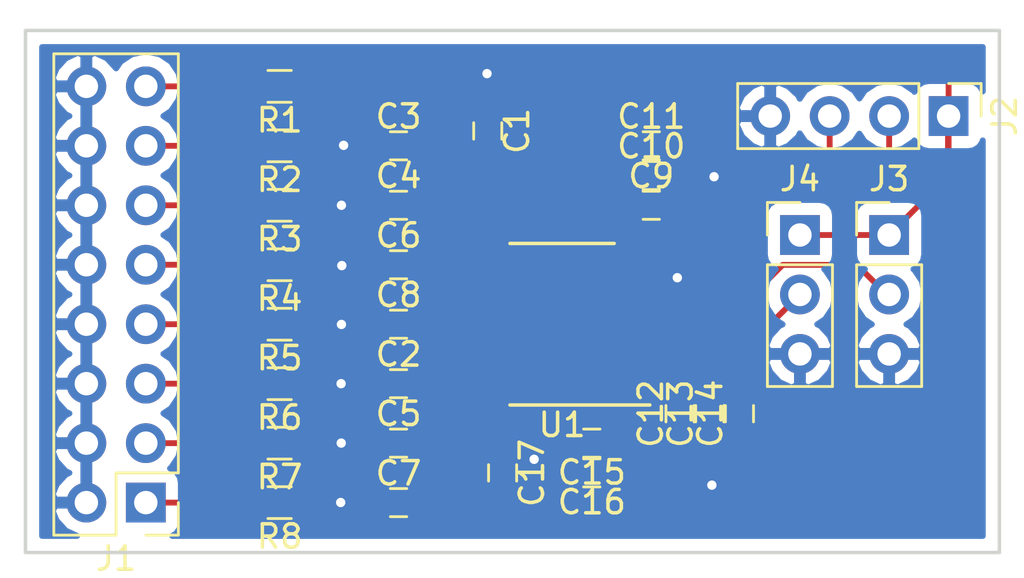
<source format=kicad_pcb>
(kicad_pcb (version 4) (host pcbnew 4.0.2-stable)

  (general
    (links 72)
    (no_connects 0)
    (area 130.676579 99.137399 172.424161 121.588601)
    (thickness 1.6)
    (drawings 10)
    (tracks 195)
    (zones 0)
    (modules 30)
    (nets 25)
  )

  (page A4)
  (layers
    (0 F.Cu signal)
    (31 B.Cu signal)
    (32 B.Adhes user hide)
    (33 F.Adhes user hide)
    (34 B.Paste user hide)
    (35 F.Paste user hide)
    (36 B.SilkS user hide)
    (37 F.SilkS user)
    (38 B.Mask user hide)
    (39 F.Mask user hide)
    (40 Dwgs.User user hide)
    (41 Cmts.User user hide)
    (42 Eco1.User user hide)
    (43 Eco2.User user hide)
    (44 Edge.Cuts user)
    (45 Margin user)
    (46 B.CrtYd user hide)
    (47 F.CrtYd user)
    (48 B.Fab user hide)
    (49 F.Fab user)
  )

  (setup
    (last_trace_width 0.25)
    (trace_clearance 0.2)
    (zone_clearance 0.508)
    (zone_45_only no)
    (trace_min 0.2)
    (segment_width 0.2)
    (edge_width 0.15)
    (via_size 0.6)
    (via_drill 0.4)
    (via_min_size 0.4)
    (via_min_drill 0.3)
    (uvia_size 0.3)
    (uvia_drill 0.1)
    (uvias_allowed no)
    (uvia_min_size 0.2)
    (uvia_min_drill 0.1)
    (pcb_text_width 0.3)
    (pcb_text_size 1.5 1.5)
    (mod_edge_width 0.15)
    (mod_text_size 1 1)
    (mod_text_width 0.15)
    (pad_size 1.524 1.524)
    (pad_drill 0.762)
    (pad_to_mask_clearance 0.2)
    (aux_axis_origin 0 0)
    (visible_elements FFFFFF5F)
    (pcbplotparams
      (layerselection 0x00030_80000001)
      (usegerberextensions false)
      (excludeedgelayer true)
      (linewidth 0.100000)
      (plotframeref false)
      (viasonmask false)
      (mode 1)
      (useauxorigin false)
      (hpglpennumber 1)
      (hpglpenspeed 20)
      (hpglpendiameter 15)
      (hpglpenoverlay 2)
      (psnegative false)
      (psa4output false)
      (plotreference true)
      (plotvalue true)
      (plotinvisibletext false)
      (padsonsilk false)
      (subtractmaskfromsilk false)
      (outputformat 1)
      (mirror false)
      (drillshape 1)
      (scaleselection 1)
      (outputdirectory ""))
  )

  (net 0 "")
  (net 1 GND)
  (net 2 "Net-(C1-Pad2)")
  (net 3 "Net-(C2-Pad2)")
  (net 4 "Net-(C3-Pad2)")
  (net 5 "Net-(C4-Pad2)")
  (net 6 "Net-(C5-Pad2)")
  (net 7 "Net-(C6-Pad2)")
  (net 8 "Net-(C7-Pad2)")
  (net 9 "Net-(C8-Pad2)")
  (net 10 "Net-(C15-Pad1)")
  (net 11 "Net-(C17-Pad1)")
  (net 12 VCC)
  (net 13 "Net-(J2-Pad2)")
  (net 14 "Net-(J2-Pad3)")
  (net 15 "Net-(J1-Pad1)")
  (net 16 "Net-(J1-Pad3)")
  (net 17 "Net-(J1-Pad5)")
  (net 18 "Net-(J1-Pad7)")
  (net 19 "Net-(J1-Pad9)")
  (net 20 "Net-(J1-Pad11)")
  (net 21 "Net-(J1-Pad13)")
  (net 22 "Net-(J1-Pad15)")
  (net 23 "Net-(J3-Pad2)")
  (net 24 "Net-(J4-Pad2)")

  (net_class Default "This is the default net class."
    (clearance 0.2)
    (trace_width 0.25)
    (via_dia 0.6)
    (via_drill 0.4)
    (uvia_dia 0.3)
    (uvia_drill 0.1)
    (add_net GND)
    (add_net "Net-(C1-Pad2)")
    (add_net "Net-(C15-Pad1)")
    (add_net "Net-(C17-Pad1)")
    (add_net "Net-(C2-Pad2)")
    (add_net "Net-(C3-Pad2)")
    (add_net "Net-(C4-Pad2)")
    (add_net "Net-(C5-Pad2)")
    (add_net "Net-(C6-Pad2)")
    (add_net "Net-(C7-Pad2)")
    (add_net "Net-(C8-Pad2)")
    (add_net "Net-(J1-Pad1)")
    (add_net "Net-(J1-Pad11)")
    (add_net "Net-(J1-Pad13)")
    (add_net "Net-(J1-Pad15)")
    (add_net "Net-(J1-Pad3)")
    (add_net "Net-(J1-Pad5)")
    (add_net "Net-(J1-Pad7)")
    (add_net "Net-(J1-Pad9)")
    (add_net "Net-(J2-Pad2)")
    (add_net "Net-(J2-Pad3)")
    (add_net "Net-(J3-Pad2)")
    (add_net "Net-(J4-Pad2)")
    (add_net VCC)
  )

  (module Capacitors_SMD:C_0603_HandSoldering (layer F.Cu) (tedit 58AA848B) (tstamp 58BF1B5F)
    (at 150.495 103.505 270)
    (descr "Capacitor SMD 0603, hand soldering")
    (tags "capacitor 0603")
    (path /58BF186F)
    (attr smd)
    (fp_text reference C1 (at 0 -1.25 270) (layer F.SilkS)
      (effects (font (size 1 1) (thickness 0.15)))
    )
    (fp_text value C (at 0 1.5 270) (layer F.Fab)
      (effects (font (size 1 1) (thickness 0.15)))
    )
    (fp_text user %R (at 0 -1.25 270) (layer F.Fab)
      (effects (font (size 1 1) (thickness 0.15)))
    )
    (fp_line (start -0.8 0.4) (end -0.8 -0.4) (layer F.Fab) (width 0.1))
    (fp_line (start 0.8 0.4) (end -0.8 0.4) (layer F.Fab) (width 0.1))
    (fp_line (start 0.8 -0.4) (end 0.8 0.4) (layer F.Fab) (width 0.1))
    (fp_line (start -0.8 -0.4) (end 0.8 -0.4) (layer F.Fab) (width 0.1))
    (fp_line (start -0.35 -0.6) (end 0.35 -0.6) (layer F.SilkS) (width 0.12))
    (fp_line (start 0.35 0.6) (end -0.35 0.6) (layer F.SilkS) (width 0.12))
    (fp_line (start -1.8 -0.65) (end 1.8 -0.65) (layer F.CrtYd) (width 0.05))
    (fp_line (start -1.8 -0.65) (end -1.8 0.65) (layer F.CrtYd) (width 0.05))
    (fp_line (start 1.8 0.65) (end 1.8 -0.65) (layer F.CrtYd) (width 0.05))
    (fp_line (start 1.8 0.65) (end -1.8 0.65) (layer F.CrtYd) (width 0.05))
    (pad 1 smd rect (at -0.95 0 270) (size 1.2 0.75) (layers F.Cu F.Paste F.Mask)
      (net 1 GND))
    (pad 2 smd rect (at 0.95 0 270) (size 1.2 0.75) (layers F.Cu F.Paste F.Mask)
      (net 2 "Net-(C1-Pad2)"))
    (model Capacitors_SMD.3dshapes/C_0603.wrl
      (at (xyz 0 0 0))
      (scale (xyz 1 1 1))
      (rotate (xyz 0 0 0))
    )
  )

  (module Capacitors_SMD:C_0603_HandSoldering (layer F.Cu) (tedit 58AA848B) (tstamp 58BF1B65)
    (at 146.685 114.3)
    (descr "Capacitor SMD 0603, hand soldering")
    (tags "capacitor 0603")
    (path /58BF19B4)
    (attr smd)
    (fp_text reference C2 (at 0 -1.25) (layer F.SilkS)
      (effects (font (size 1 1) (thickness 0.15)))
    )
    (fp_text value C (at 0 1.5) (layer F.Fab)
      (effects (font (size 1 1) (thickness 0.15)))
    )
    (fp_text user %R (at 0 -1.25) (layer F.Fab)
      (effects (font (size 1 1) (thickness 0.15)))
    )
    (fp_line (start -0.8 0.4) (end -0.8 -0.4) (layer F.Fab) (width 0.1))
    (fp_line (start 0.8 0.4) (end -0.8 0.4) (layer F.Fab) (width 0.1))
    (fp_line (start 0.8 -0.4) (end 0.8 0.4) (layer F.Fab) (width 0.1))
    (fp_line (start -0.8 -0.4) (end 0.8 -0.4) (layer F.Fab) (width 0.1))
    (fp_line (start -0.35 -0.6) (end 0.35 -0.6) (layer F.SilkS) (width 0.12))
    (fp_line (start 0.35 0.6) (end -0.35 0.6) (layer F.SilkS) (width 0.12))
    (fp_line (start -1.8 -0.65) (end 1.8 -0.65) (layer F.CrtYd) (width 0.05))
    (fp_line (start -1.8 -0.65) (end -1.8 0.65) (layer F.CrtYd) (width 0.05))
    (fp_line (start 1.8 0.65) (end 1.8 -0.65) (layer F.CrtYd) (width 0.05))
    (fp_line (start 1.8 0.65) (end -1.8 0.65) (layer F.CrtYd) (width 0.05))
    (pad 1 smd rect (at -0.95 0) (size 1.2 0.75) (layers F.Cu F.Paste F.Mask)
      (net 1 GND))
    (pad 2 smd rect (at 0.95 0) (size 1.2 0.75) (layers F.Cu F.Paste F.Mask)
      (net 3 "Net-(C2-Pad2)"))
    (model Capacitors_SMD.3dshapes/C_0603.wrl
      (at (xyz 0 0 0))
      (scale (xyz 1 1 1))
      (rotate (xyz 0 0 0))
    )
  )

  (module Capacitors_SMD:C_0603_HandSoldering (layer F.Cu) (tedit 58AA848B) (tstamp 58BF1B6B)
    (at 146.685 104.14)
    (descr "Capacitor SMD 0603, hand soldering")
    (tags "capacitor 0603")
    (path /58BF18BB)
    (attr smd)
    (fp_text reference C3 (at 0 -1.25) (layer F.SilkS)
      (effects (font (size 1 1) (thickness 0.15)))
    )
    (fp_text value C (at 0 1.5) (layer F.Fab)
      (effects (font (size 1 1) (thickness 0.15)))
    )
    (fp_text user %R (at 0 -1.25) (layer F.Fab)
      (effects (font (size 1 1) (thickness 0.15)))
    )
    (fp_line (start -0.8 0.4) (end -0.8 -0.4) (layer F.Fab) (width 0.1))
    (fp_line (start 0.8 0.4) (end -0.8 0.4) (layer F.Fab) (width 0.1))
    (fp_line (start 0.8 -0.4) (end 0.8 0.4) (layer F.Fab) (width 0.1))
    (fp_line (start -0.8 -0.4) (end 0.8 -0.4) (layer F.Fab) (width 0.1))
    (fp_line (start -0.35 -0.6) (end 0.35 -0.6) (layer F.SilkS) (width 0.12))
    (fp_line (start 0.35 0.6) (end -0.35 0.6) (layer F.SilkS) (width 0.12))
    (fp_line (start -1.8 -0.65) (end 1.8 -0.65) (layer F.CrtYd) (width 0.05))
    (fp_line (start -1.8 -0.65) (end -1.8 0.65) (layer F.CrtYd) (width 0.05))
    (fp_line (start 1.8 0.65) (end 1.8 -0.65) (layer F.CrtYd) (width 0.05))
    (fp_line (start 1.8 0.65) (end -1.8 0.65) (layer F.CrtYd) (width 0.05))
    (pad 1 smd rect (at -0.95 0) (size 1.2 0.75) (layers F.Cu F.Paste F.Mask)
      (net 1 GND))
    (pad 2 smd rect (at 0.95 0) (size 1.2 0.75) (layers F.Cu F.Paste F.Mask)
      (net 4 "Net-(C3-Pad2)"))
    (model Capacitors_SMD.3dshapes/C_0603.wrl
      (at (xyz 0 0 0))
      (scale (xyz 1 1 1))
      (rotate (xyz 0 0 0))
    )
  )

  (module Capacitors_SMD:C_0603_HandSoldering (layer F.Cu) (tedit 58AA848B) (tstamp 58BF1B71)
    (at 146.685 106.68)
    (descr "Capacitor SMD 0603, hand soldering")
    (tags "capacitor 0603")
    (path /58BF1906)
    (attr smd)
    (fp_text reference C4 (at 0 -1.25) (layer F.SilkS)
      (effects (font (size 1 1) (thickness 0.15)))
    )
    (fp_text value C (at 0 1.5) (layer F.Fab)
      (effects (font (size 1 1) (thickness 0.15)))
    )
    (fp_text user %R (at 0 -1.25) (layer F.Fab)
      (effects (font (size 1 1) (thickness 0.15)))
    )
    (fp_line (start -0.8 0.4) (end -0.8 -0.4) (layer F.Fab) (width 0.1))
    (fp_line (start 0.8 0.4) (end -0.8 0.4) (layer F.Fab) (width 0.1))
    (fp_line (start 0.8 -0.4) (end 0.8 0.4) (layer F.Fab) (width 0.1))
    (fp_line (start -0.8 -0.4) (end 0.8 -0.4) (layer F.Fab) (width 0.1))
    (fp_line (start -0.35 -0.6) (end 0.35 -0.6) (layer F.SilkS) (width 0.12))
    (fp_line (start 0.35 0.6) (end -0.35 0.6) (layer F.SilkS) (width 0.12))
    (fp_line (start -1.8 -0.65) (end 1.8 -0.65) (layer F.CrtYd) (width 0.05))
    (fp_line (start -1.8 -0.65) (end -1.8 0.65) (layer F.CrtYd) (width 0.05))
    (fp_line (start 1.8 0.65) (end 1.8 -0.65) (layer F.CrtYd) (width 0.05))
    (fp_line (start 1.8 0.65) (end -1.8 0.65) (layer F.CrtYd) (width 0.05))
    (pad 1 smd rect (at -0.95 0) (size 1.2 0.75) (layers F.Cu F.Paste F.Mask)
      (net 1 GND))
    (pad 2 smd rect (at 0.95 0) (size 1.2 0.75) (layers F.Cu F.Paste F.Mask)
      (net 5 "Net-(C4-Pad2)"))
    (model Capacitors_SMD.3dshapes/C_0603.wrl
      (at (xyz 0 0 0))
      (scale (xyz 1 1 1))
      (rotate (xyz 0 0 0))
    )
  )

  (module Capacitors_SMD:C_0603_HandSoldering (layer F.Cu) (tedit 58AA848B) (tstamp 58BF1B77)
    (at 146.685 116.84)
    (descr "Capacitor SMD 0603, hand soldering")
    (tags "capacitor 0603")
    (path /58BF1A50)
    (attr smd)
    (fp_text reference C5 (at 0 -1.25) (layer F.SilkS)
      (effects (font (size 1 1) (thickness 0.15)))
    )
    (fp_text value C (at 0 1.5) (layer F.Fab)
      (effects (font (size 1 1) (thickness 0.15)))
    )
    (fp_text user %R (at 0 -1.25) (layer F.Fab)
      (effects (font (size 1 1) (thickness 0.15)))
    )
    (fp_line (start -0.8 0.4) (end -0.8 -0.4) (layer F.Fab) (width 0.1))
    (fp_line (start 0.8 0.4) (end -0.8 0.4) (layer F.Fab) (width 0.1))
    (fp_line (start 0.8 -0.4) (end 0.8 0.4) (layer F.Fab) (width 0.1))
    (fp_line (start -0.8 -0.4) (end 0.8 -0.4) (layer F.Fab) (width 0.1))
    (fp_line (start -0.35 -0.6) (end 0.35 -0.6) (layer F.SilkS) (width 0.12))
    (fp_line (start 0.35 0.6) (end -0.35 0.6) (layer F.SilkS) (width 0.12))
    (fp_line (start -1.8 -0.65) (end 1.8 -0.65) (layer F.CrtYd) (width 0.05))
    (fp_line (start -1.8 -0.65) (end -1.8 0.65) (layer F.CrtYd) (width 0.05))
    (fp_line (start 1.8 0.65) (end 1.8 -0.65) (layer F.CrtYd) (width 0.05))
    (fp_line (start 1.8 0.65) (end -1.8 0.65) (layer F.CrtYd) (width 0.05))
    (pad 1 smd rect (at -0.95 0) (size 1.2 0.75) (layers F.Cu F.Paste F.Mask)
      (net 1 GND))
    (pad 2 smd rect (at 0.95 0) (size 1.2 0.75) (layers F.Cu F.Paste F.Mask)
      (net 6 "Net-(C5-Pad2)"))
    (model Capacitors_SMD.3dshapes/C_0603.wrl
      (at (xyz 0 0 0))
      (scale (xyz 1 1 1))
      (rotate (xyz 0 0 0))
    )
  )

  (module Capacitors_SMD:C_0603_HandSoldering (layer F.Cu) (tedit 58AA848B) (tstamp 58BF1B7D)
    (at 146.685 109.22)
    (descr "Capacitor SMD 0603, hand soldering")
    (tags "capacitor 0603")
    (path /58BF1427)
    (attr smd)
    (fp_text reference C6 (at 0 -1.25) (layer F.SilkS)
      (effects (font (size 1 1) (thickness 0.15)))
    )
    (fp_text value C (at 0 1.5) (layer F.Fab)
      (effects (font (size 1 1) (thickness 0.15)))
    )
    (fp_text user %R (at 0 -1.25) (layer F.Fab)
      (effects (font (size 1 1) (thickness 0.15)))
    )
    (fp_line (start -0.8 0.4) (end -0.8 -0.4) (layer F.Fab) (width 0.1))
    (fp_line (start 0.8 0.4) (end -0.8 0.4) (layer F.Fab) (width 0.1))
    (fp_line (start 0.8 -0.4) (end 0.8 0.4) (layer F.Fab) (width 0.1))
    (fp_line (start -0.8 -0.4) (end 0.8 -0.4) (layer F.Fab) (width 0.1))
    (fp_line (start -0.35 -0.6) (end 0.35 -0.6) (layer F.SilkS) (width 0.12))
    (fp_line (start 0.35 0.6) (end -0.35 0.6) (layer F.SilkS) (width 0.12))
    (fp_line (start -1.8 -0.65) (end 1.8 -0.65) (layer F.CrtYd) (width 0.05))
    (fp_line (start -1.8 -0.65) (end -1.8 0.65) (layer F.CrtYd) (width 0.05))
    (fp_line (start 1.8 0.65) (end 1.8 -0.65) (layer F.CrtYd) (width 0.05))
    (fp_line (start 1.8 0.65) (end -1.8 0.65) (layer F.CrtYd) (width 0.05))
    (pad 1 smd rect (at -0.95 0) (size 1.2 0.75) (layers F.Cu F.Paste F.Mask)
      (net 1 GND))
    (pad 2 smd rect (at 0.95 0) (size 1.2 0.75) (layers F.Cu F.Paste F.Mask)
      (net 7 "Net-(C6-Pad2)"))
    (model Capacitors_SMD.3dshapes/C_0603.wrl
      (at (xyz 0 0 0))
      (scale (xyz 1 1 1))
      (rotate (xyz 0 0 0))
    )
  )

  (module Capacitors_SMD:C_0603_HandSoldering (layer F.Cu) (tedit 58AA848B) (tstamp 58BF1B83)
    (at 146.685 119.38)
    (descr "Capacitor SMD 0603, hand soldering")
    (tags "capacitor 0603")
    (path /58BF1A9A)
    (attr smd)
    (fp_text reference C7 (at 0 -1.25) (layer F.SilkS)
      (effects (font (size 1 1) (thickness 0.15)))
    )
    (fp_text value C (at 0 1.5) (layer F.Fab)
      (effects (font (size 1 1) (thickness 0.15)))
    )
    (fp_text user %R (at 0 -1.25) (layer F.Fab)
      (effects (font (size 1 1) (thickness 0.15)))
    )
    (fp_line (start -0.8 0.4) (end -0.8 -0.4) (layer F.Fab) (width 0.1))
    (fp_line (start 0.8 0.4) (end -0.8 0.4) (layer F.Fab) (width 0.1))
    (fp_line (start 0.8 -0.4) (end 0.8 0.4) (layer F.Fab) (width 0.1))
    (fp_line (start -0.8 -0.4) (end 0.8 -0.4) (layer F.Fab) (width 0.1))
    (fp_line (start -0.35 -0.6) (end 0.35 -0.6) (layer F.SilkS) (width 0.12))
    (fp_line (start 0.35 0.6) (end -0.35 0.6) (layer F.SilkS) (width 0.12))
    (fp_line (start -1.8 -0.65) (end 1.8 -0.65) (layer F.CrtYd) (width 0.05))
    (fp_line (start -1.8 -0.65) (end -1.8 0.65) (layer F.CrtYd) (width 0.05))
    (fp_line (start 1.8 0.65) (end 1.8 -0.65) (layer F.CrtYd) (width 0.05))
    (fp_line (start 1.8 0.65) (end -1.8 0.65) (layer F.CrtYd) (width 0.05))
    (pad 1 smd rect (at -0.95 0) (size 1.2 0.75) (layers F.Cu F.Paste F.Mask)
      (net 1 GND))
    (pad 2 smd rect (at 0.95 0) (size 1.2 0.75) (layers F.Cu F.Paste F.Mask)
      (net 8 "Net-(C7-Pad2)"))
    (model Capacitors_SMD.3dshapes/C_0603.wrl
      (at (xyz 0 0 0))
      (scale (xyz 1 1 1))
      (rotate (xyz 0 0 0))
    )
  )

  (module Capacitors_SMD:C_0603_HandSoldering (layer F.Cu) (tedit 58AA848B) (tstamp 58BF1B89)
    (at 146.685 111.76)
    (descr "Capacitor SMD 0603, hand soldering")
    (tags "capacitor 0603")
    (path /58BF1180)
    (attr smd)
    (fp_text reference C8 (at 0 -1.25) (layer F.SilkS)
      (effects (font (size 1 1) (thickness 0.15)))
    )
    (fp_text value C (at 0 1.5) (layer F.Fab)
      (effects (font (size 1 1) (thickness 0.15)))
    )
    (fp_text user %R (at 0 -1.25) (layer F.Fab)
      (effects (font (size 1 1) (thickness 0.15)))
    )
    (fp_line (start -0.8 0.4) (end -0.8 -0.4) (layer F.Fab) (width 0.1))
    (fp_line (start 0.8 0.4) (end -0.8 0.4) (layer F.Fab) (width 0.1))
    (fp_line (start 0.8 -0.4) (end 0.8 0.4) (layer F.Fab) (width 0.1))
    (fp_line (start -0.8 -0.4) (end 0.8 -0.4) (layer F.Fab) (width 0.1))
    (fp_line (start -0.35 -0.6) (end 0.35 -0.6) (layer F.SilkS) (width 0.12))
    (fp_line (start 0.35 0.6) (end -0.35 0.6) (layer F.SilkS) (width 0.12))
    (fp_line (start -1.8 -0.65) (end 1.8 -0.65) (layer F.CrtYd) (width 0.05))
    (fp_line (start -1.8 -0.65) (end -1.8 0.65) (layer F.CrtYd) (width 0.05))
    (fp_line (start 1.8 0.65) (end 1.8 -0.65) (layer F.CrtYd) (width 0.05))
    (fp_line (start 1.8 0.65) (end -1.8 0.65) (layer F.CrtYd) (width 0.05))
    (pad 1 smd rect (at -0.95 0) (size 1.2 0.75) (layers F.Cu F.Paste F.Mask)
      (net 1 GND))
    (pad 2 smd rect (at 0.95 0) (size 1.2 0.75) (layers F.Cu F.Paste F.Mask)
      (net 9 "Net-(C8-Pad2)"))
    (model Capacitors_SMD.3dshapes/C_0603.wrl
      (at (xyz 0 0 0))
      (scale (xyz 1 1 1))
      (rotate (xyz 0 0 0))
    )
  )

  (module Capacitors_SMD:C_0603_HandSoldering (layer F.Cu) (tedit 58AA848B) (tstamp 58BF1B8F)
    (at 157.48 106.68)
    (descr "Capacitor SMD 0603, hand soldering")
    (tags "capacitor 0603")
    (path /58BF3A1A)
    (attr smd)
    (fp_text reference C9 (at 0 -1.25) (layer F.SilkS)
      (effects (font (size 1 1) (thickness 0.15)))
    )
    (fp_text value C (at 0 1.5) (layer F.Fab)
      (effects (font (size 1 1) (thickness 0.15)))
    )
    (fp_text user %R (at 0 -1.25) (layer F.Fab)
      (effects (font (size 1 1) (thickness 0.15)))
    )
    (fp_line (start -0.8 0.4) (end -0.8 -0.4) (layer F.Fab) (width 0.1))
    (fp_line (start 0.8 0.4) (end -0.8 0.4) (layer F.Fab) (width 0.1))
    (fp_line (start 0.8 -0.4) (end 0.8 0.4) (layer F.Fab) (width 0.1))
    (fp_line (start -0.8 -0.4) (end 0.8 -0.4) (layer F.Fab) (width 0.1))
    (fp_line (start -0.35 -0.6) (end 0.35 -0.6) (layer F.SilkS) (width 0.12))
    (fp_line (start 0.35 0.6) (end -0.35 0.6) (layer F.SilkS) (width 0.12))
    (fp_line (start -1.8 -0.65) (end 1.8 -0.65) (layer F.CrtYd) (width 0.05))
    (fp_line (start -1.8 -0.65) (end -1.8 0.65) (layer F.CrtYd) (width 0.05))
    (fp_line (start 1.8 0.65) (end 1.8 -0.65) (layer F.CrtYd) (width 0.05))
    (fp_line (start 1.8 0.65) (end -1.8 0.65) (layer F.CrtYd) (width 0.05))
    (pad 1 smd rect (at -0.95 0) (size 1.2 0.75) (layers F.Cu F.Paste F.Mask)
      (net 12 VCC))
    (pad 2 smd rect (at 0.95 0) (size 1.2 0.75) (layers F.Cu F.Paste F.Mask)
      (net 1 GND))
    (model Capacitors_SMD.3dshapes/C_0603.wrl
      (at (xyz 0 0 0))
      (scale (xyz 1 1 1))
      (rotate (xyz 0 0 0))
    )
  )

  (module Capacitors_SMD:C_0603_HandSoldering (layer F.Cu) (tedit 58AA848B) (tstamp 58BF1B95)
    (at 157.48 105.41)
    (descr "Capacitor SMD 0603, hand soldering")
    (tags "capacitor 0603")
    (path /58BF39BB)
    (attr smd)
    (fp_text reference C10 (at 0 -1.25) (layer F.SilkS)
      (effects (font (size 1 1) (thickness 0.15)))
    )
    (fp_text value C (at 0 1.5) (layer F.Fab)
      (effects (font (size 1 1) (thickness 0.15)))
    )
    (fp_text user %R (at 0 -1.25) (layer F.Fab)
      (effects (font (size 1 1) (thickness 0.15)))
    )
    (fp_line (start -0.8 0.4) (end -0.8 -0.4) (layer F.Fab) (width 0.1))
    (fp_line (start 0.8 0.4) (end -0.8 0.4) (layer F.Fab) (width 0.1))
    (fp_line (start 0.8 -0.4) (end 0.8 0.4) (layer F.Fab) (width 0.1))
    (fp_line (start -0.8 -0.4) (end 0.8 -0.4) (layer F.Fab) (width 0.1))
    (fp_line (start -0.35 -0.6) (end 0.35 -0.6) (layer F.SilkS) (width 0.12))
    (fp_line (start 0.35 0.6) (end -0.35 0.6) (layer F.SilkS) (width 0.12))
    (fp_line (start -1.8 -0.65) (end 1.8 -0.65) (layer F.CrtYd) (width 0.05))
    (fp_line (start -1.8 -0.65) (end -1.8 0.65) (layer F.CrtYd) (width 0.05))
    (fp_line (start 1.8 0.65) (end 1.8 -0.65) (layer F.CrtYd) (width 0.05))
    (fp_line (start 1.8 0.65) (end -1.8 0.65) (layer F.CrtYd) (width 0.05))
    (pad 1 smd rect (at -0.95 0) (size 1.2 0.75) (layers F.Cu F.Paste F.Mask)
      (net 12 VCC))
    (pad 2 smd rect (at 0.95 0) (size 1.2 0.75) (layers F.Cu F.Paste F.Mask)
      (net 1 GND))
    (model Capacitors_SMD.3dshapes/C_0603.wrl
      (at (xyz 0 0 0))
      (scale (xyz 1 1 1))
      (rotate (xyz 0 0 0))
    )
  )

  (module Capacitors_SMD:C_0603_HandSoldering (layer F.Cu) (tedit 58AA848B) (tstamp 58BF1B9B)
    (at 157.48 104.14)
    (descr "Capacitor SMD 0603, hand soldering")
    (tags "capacitor 0603")
    (path /58BF3957)
    (attr smd)
    (fp_text reference C11 (at 0 -1.25) (layer F.SilkS)
      (effects (font (size 1 1) (thickness 0.15)))
    )
    (fp_text value C (at 0 1.5) (layer F.Fab)
      (effects (font (size 1 1) (thickness 0.15)))
    )
    (fp_text user %R (at 0 -1.25) (layer F.Fab)
      (effects (font (size 1 1) (thickness 0.15)))
    )
    (fp_line (start -0.8 0.4) (end -0.8 -0.4) (layer F.Fab) (width 0.1))
    (fp_line (start 0.8 0.4) (end -0.8 0.4) (layer F.Fab) (width 0.1))
    (fp_line (start 0.8 -0.4) (end 0.8 0.4) (layer F.Fab) (width 0.1))
    (fp_line (start -0.8 -0.4) (end 0.8 -0.4) (layer F.Fab) (width 0.1))
    (fp_line (start -0.35 -0.6) (end 0.35 -0.6) (layer F.SilkS) (width 0.12))
    (fp_line (start 0.35 0.6) (end -0.35 0.6) (layer F.SilkS) (width 0.12))
    (fp_line (start -1.8 -0.65) (end 1.8 -0.65) (layer F.CrtYd) (width 0.05))
    (fp_line (start -1.8 -0.65) (end -1.8 0.65) (layer F.CrtYd) (width 0.05))
    (fp_line (start 1.8 0.65) (end 1.8 -0.65) (layer F.CrtYd) (width 0.05))
    (fp_line (start 1.8 0.65) (end -1.8 0.65) (layer F.CrtYd) (width 0.05))
    (pad 1 smd rect (at -0.95 0) (size 1.2 0.75) (layers F.Cu F.Paste F.Mask)
      (net 12 VCC))
    (pad 2 smd rect (at 0.95 0) (size 1.2 0.75) (layers F.Cu F.Paste F.Mask)
      (net 1 GND))
    (model Capacitors_SMD.3dshapes/C_0603.wrl
      (at (xyz 0 0 0))
      (scale (xyz 1 1 1))
      (rotate (xyz 0 0 0))
    )
  )

  (module Capacitors_SMD:C_0603_HandSoldering (layer F.Cu) (tedit 58AA848B) (tstamp 58BF1BA1)
    (at 158.70682 115.5827 90)
    (descr "Capacitor SMD 0603, hand soldering")
    (tags "capacitor 0603")
    (path /58BF38FE)
    (attr smd)
    (fp_text reference C12 (at 0 -1.25 90) (layer F.SilkS)
      (effects (font (size 1 1) (thickness 0.15)))
    )
    (fp_text value C (at 0 1.5 90) (layer F.Fab)
      (effects (font (size 1 1) (thickness 0.15)))
    )
    (fp_text user %R (at 0 -1.25 90) (layer F.Fab)
      (effects (font (size 1 1) (thickness 0.15)))
    )
    (fp_line (start -0.8 0.4) (end -0.8 -0.4) (layer F.Fab) (width 0.1))
    (fp_line (start 0.8 0.4) (end -0.8 0.4) (layer F.Fab) (width 0.1))
    (fp_line (start 0.8 -0.4) (end 0.8 0.4) (layer F.Fab) (width 0.1))
    (fp_line (start -0.8 -0.4) (end 0.8 -0.4) (layer F.Fab) (width 0.1))
    (fp_line (start -0.35 -0.6) (end 0.35 -0.6) (layer F.SilkS) (width 0.12))
    (fp_line (start 0.35 0.6) (end -0.35 0.6) (layer F.SilkS) (width 0.12))
    (fp_line (start -1.8 -0.65) (end 1.8 -0.65) (layer F.CrtYd) (width 0.05))
    (fp_line (start -1.8 -0.65) (end -1.8 0.65) (layer F.CrtYd) (width 0.05))
    (fp_line (start 1.8 0.65) (end 1.8 -0.65) (layer F.CrtYd) (width 0.05))
    (fp_line (start 1.8 0.65) (end -1.8 0.65) (layer F.CrtYd) (width 0.05))
    (pad 1 smd rect (at -0.95 0 90) (size 1.2 0.75) (layers F.Cu F.Paste F.Mask)
      (net 1 GND))
    (pad 2 smd rect (at 0.95 0 90) (size 1.2 0.75) (layers F.Cu F.Paste F.Mask)
      (net 12 VCC))
    (model Capacitors_SMD.3dshapes/C_0603.wrl
      (at (xyz 0 0 0))
      (scale (xyz 1 1 1))
      (rotate (xyz 0 0 0))
    )
  )

  (module Capacitors_SMD:C_0603_HandSoldering (layer F.Cu) (tedit 58AA848B) (tstamp 58BF1BA7)
    (at 159.97682 115.5827 90)
    (descr "Capacitor SMD 0603, hand soldering")
    (tags "capacitor 0603")
    (path /58BF38A8)
    (attr smd)
    (fp_text reference C13 (at 0 -1.25 90) (layer F.SilkS)
      (effects (font (size 1 1) (thickness 0.15)))
    )
    (fp_text value C (at 0 1.5 90) (layer F.Fab)
      (effects (font (size 1 1) (thickness 0.15)))
    )
    (fp_text user %R (at 0 -1.25 90) (layer F.Fab)
      (effects (font (size 1 1) (thickness 0.15)))
    )
    (fp_line (start -0.8 0.4) (end -0.8 -0.4) (layer F.Fab) (width 0.1))
    (fp_line (start 0.8 0.4) (end -0.8 0.4) (layer F.Fab) (width 0.1))
    (fp_line (start 0.8 -0.4) (end 0.8 0.4) (layer F.Fab) (width 0.1))
    (fp_line (start -0.8 -0.4) (end 0.8 -0.4) (layer F.Fab) (width 0.1))
    (fp_line (start -0.35 -0.6) (end 0.35 -0.6) (layer F.SilkS) (width 0.12))
    (fp_line (start 0.35 0.6) (end -0.35 0.6) (layer F.SilkS) (width 0.12))
    (fp_line (start -1.8 -0.65) (end 1.8 -0.65) (layer F.CrtYd) (width 0.05))
    (fp_line (start -1.8 -0.65) (end -1.8 0.65) (layer F.CrtYd) (width 0.05))
    (fp_line (start 1.8 0.65) (end 1.8 -0.65) (layer F.CrtYd) (width 0.05))
    (fp_line (start 1.8 0.65) (end -1.8 0.65) (layer F.CrtYd) (width 0.05))
    (pad 1 smd rect (at -0.95 0 90) (size 1.2 0.75) (layers F.Cu F.Paste F.Mask)
      (net 1 GND))
    (pad 2 smd rect (at 0.95 0 90) (size 1.2 0.75) (layers F.Cu F.Paste F.Mask)
      (net 12 VCC))
    (model Capacitors_SMD.3dshapes/C_0603.wrl
      (at (xyz 0 0 0))
      (scale (xyz 1 1 1))
      (rotate (xyz 0 0 0))
    )
  )

  (module Capacitors_SMD:C_0603_HandSoldering (layer F.Cu) (tedit 58AA848B) (tstamp 58BF1BAD)
    (at 161.24682 115.5827 90)
    (descr "Capacitor SMD 0603, hand soldering")
    (tags "capacitor 0603")
    (path /58BF3604)
    (attr smd)
    (fp_text reference C14 (at 0 -1.25 90) (layer F.SilkS)
      (effects (font (size 1 1) (thickness 0.15)))
    )
    (fp_text value C (at 0 1.5 90) (layer F.Fab)
      (effects (font (size 1 1) (thickness 0.15)))
    )
    (fp_text user %R (at 0 -1.25 90) (layer F.Fab)
      (effects (font (size 1 1) (thickness 0.15)))
    )
    (fp_line (start -0.8 0.4) (end -0.8 -0.4) (layer F.Fab) (width 0.1))
    (fp_line (start 0.8 0.4) (end -0.8 0.4) (layer F.Fab) (width 0.1))
    (fp_line (start 0.8 -0.4) (end 0.8 0.4) (layer F.Fab) (width 0.1))
    (fp_line (start -0.8 -0.4) (end 0.8 -0.4) (layer F.Fab) (width 0.1))
    (fp_line (start -0.35 -0.6) (end 0.35 -0.6) (layer F.SilkS) (width 0.12))
    (fp_line (start 0.35 0.6) (end -0.35 0.6) (layer F.SilkS) (width 0.12))
    (fp_line (start -1.8 -0.65) (end 1.8 -0.65) (layer F.CrtYd) (width 0.05))
    (fp_line (start -1.8 -0.65) (end -1.8 0.65) (layer F.CrtYd) (width 0.05))
    (fp_line (start 1.8 0.65) (end 1.8 -0.65) (layer F.CrtYd) (width 0.05))
    (fp_line (start 1.8 0.65) (end -1.8 0.65) (layer F.CrtYd) (width 0.05))
    (pad 1 smd rect (at -0.95 0 90) (size 1.2 0.75) (layers F.Cu F.Paste F.Mask)
      (net 1 GND))
    (pad 2 smd rect (at 0.95 0 90) (size 1.2 0.75) (layers F.Cu F.Paste F.Mask)
      (net 12 VCC))
    (model Capacitors_SMD.3dshapes/C_0603.wrl
      (at (xyz 0 0 0))
      (scale (xyz 1 1 1))
      (rotate (xyz 0 0 0))
    )
  )

  (module Capacitors_SMD:C_0603_HandSoldering (layer F.Cu) (tedit 58AA848B) (tstamp 58BF1BB3)
    (at 154.94 116.84 180)
    (descr "Capacitor SMD 0603, hand soldering")
    (tags "capacitor 0603")
    (path /58BF32E7)
    (attr smd)
    (fp_text reference C15 (at 0 -1.25 180) (layer F.SilkS)
      (effects (font (size 1 1) (thickness 0.15)))
    )
    (fp_text value C (at 0 1.5 180) (layer F.Fab)
      (effects (font (size 1 1) (thickness 0.15)))
    )
    (fp_text user %R (at 0 -1.25 180) (layer F.Fab)
      (effects (font (size 1 1) (thickness 0.15)))
    )
    (fp_line (start -0.8 0.4) (end -0.8 -0.4) (layer F.Fab) (width 0.1))
    (fp_line (start 0.8 0.4) (end -0.8 0.4) (layer F.Fab) (width 0.1))
    (fp_line (start 0.8 -0.4) (end 0.8 0.4) (layer F.Fab) (width 0.1))
    (fp_line (start -0.8 -0.4) (end 0.8 -0.4) (layer F.Fab) (width 0.1))
    (fp_line (start -0.35 -0.6) (end 0.35 -0.6) (layer F.SilkS) (width 0.12))
    (fp_line (start 0.35 0.6) (end -0.35 0.6) (layer F.SilkS) (width 0.12))
    (fp_line (start -1.8 -0.65) (end 1.8 -0.65) (layer F.CrtYd) (width 0.05))
    (fp_line (start -1.8 -0.65) (end -1.8 0.65) (layer F.CrtYd) (width 0.05))
    (fp_line (start 1.8 0.65) (end 1.8 -0.65) (layer F.CrtYd) (width 0.05))
    (fp_line (start 1.8 0.65) (end -1.8 0.65) (layer F.CrtYd) (width 0.05))
    (pad 1 smd rect (at -0.95 0 180) (size 1.2 0.75) (layers F.Cu F.Paste F.Mask)
      (net 10 "Net-(C15-Pad1)"))
    (pad 2 smd rect (at 0.95 0 180) (size 1.2 0.75) (layers F.Cu F.Paste F.Mask)
      (net 1 GND))
    (model Capacitors_SMD.3dshapes/C_0603.wrl
      (at (xyz 0 0 0))
      (scale (xyz 1 1 1))
      (rotate (xyz 0 0 0))
    )
  )

  (module Capacitors_SMD:C_0603_HandSoldering (layer F.Cu) (tedit 58AA848B) (tstamp 58BF1BB9)
    (at 154.94 118.11 180)
    (descr "Capacitor SMD 0603, hand soldering")
    (tags "capacitor 0603")
    (path /58BF336A)
    (attr smd)
    (fp_text reference C16 (at 0 -1.25 180) (layer F.SilkS)
      (effects (font (size 1 1) (thickness 0.15)))
    )
    (fp_text value C (at 0 1.5 180) (layer F.Fab)
      (effects (font (size 1 1) (thickness 0.15)))
    )
    (fp_text user %R (at 0 -1.25 180) (layer F.Fab)
      (effects (font (size 1 1) (thickness 0.15)))
    )
    (fp_line (start -0.8 0.4) (end -0.8 -0.4) (layer F.Fab) (width 0.1))
    (fp_line (start 0.8 0.4) (end -0.8 0.4) (layer F.Fab) (width 0.1))
    (fp_line (start 0.8 -0.4) (end 0.8 0.4) (layer F.Fab) (width 0.1))
    (fp_line (start -0.8 -0.4) (end 0.8 -0.4) (layer F.Fab) (width 0.1))
    (fp_line (start -0.35 -0.6) (end 0.35 -0.6) (layer F.SilkS) (width 0.12))
    (fp_line (start 0.35 0.6) (end -0.35 0.6) (layer F.SilkS) (width 0.12))
    (fp_line (start -1.8 -0.65) (end 1.8 -0.65) (layer F.CrtYd) (width 0.05))
    (fp_line (start -1.8 -0.65) (end -1.8 0.65) (layer F.CrtYd) (width 0.05))
    (fp_line (start 1.8 0.65) (end 1.8 -0.65) (layer F.CrtYd) (width 0.05))
    (fp_line (start 1.8 0.65) (end -1.8 0.65) (layer F.CrtYd) (width 0.05))
    (pad 1 smd rect (at -0.95 0 180) (size 1.2 0.75) (layers F.Cu F.Paste F.Mask)
      (net 10 "Net-(C15-Pad1)"))
    (pad 2 smd rect (at 0.95 0 180) (size 1.2 0.75) (layers F.Cu F.Paste F.Mask)
      (net 1 GND))
    (model Capacitors_SMD.3dshapes/C_0603.wrl
      (at (xyz 0 0 0))
      (scale (xyz 1 1 1))
      (rotate (xyz 0 0 0))
    )
  )

  (module Capacitors_SMD:C_0603_HandSoldering (layer F.Cu) (tedit 58AA848B) (tstamp 58BF1BBF)
    (at 151.13 118.11 270)
    (descr "Capacitor SMD 0603, hand soldering")
    (tags "capacitor 0603")
    (path /58BF508B)
    (attr smd)
    (fp_text reference C17 (at 0 -1.25 270) (layer F.SilkS)
      (effects (font (size 1 1) (thickness 0.15)))
    )
    (fp_text value C (at 0 1.5 270) (layer F.Fab)
      (effects (font (size 1 1) (thickness 0.15)))
    )
    (fp_text user %R (at 0 -1.25 270) (layer F.Fab)
      (effects (font (size 1 1) (thickness 0.15)))
    )
    (fp_line (start -0.8 0.4) (end -0.8 -0.4) (layer F.Fab) (width 0.1))
    (fp_line (start 0.8 0.4) (end -0.8 0.4) (layer F.Fab) (width 0.1))
    (fp_line (start 0.8 -0.4) (end 0.8 0.4) (layer F.Fab) (width 0.1))
    (fp_line (start -0.8 -0.4) (end 0.8 -0.4) (layer F.Fab) (width 0.1))
    (fp_line (start -0.35 -0.6) (end 0.35 -0.6) (layer F.SilkS) (width 0.12))
    (fp_line (start 0.35 0.6) (end -0.35 0.6) (layer F.SilkS) (width 0.12))
    (fp_line (start -1.8 -0.65) (end 1.8 -0.65) (layer F.CrtYd) (width 0.05))
    (fp_line (start -1.8 -0.65) (end -1.8 0.65) (layer F.CrtYd) (width 0.05))
    (fp_line (start 1.8 0.65) (end 1.8 -0.65) (layer F.CrtYd) (width 0.05))
    (fp_line (start 1.8 0.65) (end -1.8 0.65) (layer F.CrtYd) (width 0.05))
    (pad 1 smd rect (at -0.95 0 270) (size 1.2 0.75) (layers F.Cu F.Paste F.Mask)
      (net 11 "Net-(C17-Pad1)"))
    (pad 2 smd rect (at 0.95 0 270) (size 1.2 0.75) (layers F.Cu F.Paste F.Mask)
      (net 1 GND))
    (model Capacitors_SMD.3dshapes/C_0603.wrl
      (at (xyz 0 0 0))
      (scale (xyz 1 1 1))
      (rotate (xyz 0 0 0))
    )
  )

  (module Pin_Headers:Pin_Header_Straight_2x08_Pitch2.54mm (layer F.Cu) (tedit 5862ED53) (tstamp 58BF1BD3)
    (at 135.89 119.38 180)
    (descr "Through hole straight pin header, 2x08, 2.54mm pitch, double rows")
    (tags "Through hole pin header THT 2x08 2.54mm double row")
    (path /58BF27AE)
    (fp_text reference J1 (at 1.27 -2.39 180) (layer F.SilkS)
      (effects (font (size 1 1) (thickness 0.15)))
    )
    (fp_text value CONN_02X08 (at 1.27 20.17 180) (layer F.Fab)
      (effects (font (size 1 1) (thickness 0.15)))
    )
    (fp_line (start -1.27 -1.27) (end -1.27 19.05) (layer F.Fab) (width 0.1))
    (fp_line (start -1.27 19.05) (end 3.81 19.05) (layer F.Fab) (width 0.1))
    (fp_line (start 3.81 19.05) (end 3.81 -1.27) (layer F.Fab) (width 0.1))
    (fp_line (start 3.81 -1.27) (end -1.27 -1.27) (layer F.Fab) (width 0.1))
    (fp_line (start -1.39 1.27) (end -1.39 19.17) (layer F.SilkS) (width 0.12))
    (fp_line (start -1.39 19.17) (end 3.93 19.17) (layer F.SilkS) (width 0.12))
    (fp_line (start 3.93 19.17) (end 3.93 -1.39) (layer F.SilkS) (width 0.12))
    (fp_line (start 3.93 -1.39) (end 1.27 -1.39) (layer F.SilkS) (width 0.12))
    (fp_line (start 1.27 -1.39) (end 1.27 1.27) (layer F.SilkS) (width 0.12))
    (fp_line (start 1.27 1.27) (end -1.39 1.27) (layer F.SilkS) (width 0.12))
    (fp_line (start -1.39 0) (end -1.39 -1.39) (layer F.SilkS) (width 0.12))
    (fp_line (start -1.39 -1.39) (end 0 -1.39) (layer F.SilkS) (width 0.12))
    (fp_line (start -1.6 -1.6) (end -1.6 19.3) (layer F.CrtYd) (width 0.05))
    (fp_line (start -1.6 19.3) (end 4.1 19.3) (layer F.CrtYd) (width 0.05))
    (fp_line (start 4.1 19.3) (end 4.1 -1.6) (layer F.CrtYd) (width 0.05))
    (fp_line (start 4.1 -1.6) (end -1.6 -1.6) (layer F.CrtYd) (width 0.05))
    (pad 1 thru_hole rect (at 0 0 180) (size 1.7 1.7) (drill 1) (layers *.Cu *.Mask)
      (net 15 "Net-(J1-Pad1)"))
    (pad 2 thru_hole oval (at 2.54 0 180) (size 1.7 1.7) (drill 1) (layers *.Cu *.Mask)
      (net 1 GND))
    (pad 3 thru_hole oval (at 0 2.54 180) (size 1.7 1.7) (drill 1) (layers *.Cu *.Mask)
      (net 16 "Net-(J1-Pad3)"))
    (pad 4 thru_hole oval (at 2.54 2.54 180) (size 1.7 1.7) (drill 1) (layers *.Cu *.Mask)
      (net 1 GND))
    (pad 5 thru_hole oval (at 0 5.08 180) (size 1.7 1.7) (drill 1) (layers *.Cu *.Mask)
      (net 17 "Net-(J1-Pad5)"))
    (pad 6 thru_hole oval (at 2.54 5.08 180) (size 1.7 1.7) (drill 1) (layers *.Cu *.Mask)
      (net 1 GND))
    (pad 7 thru_hole oval (at 0 7.62 180) (size 1.7 1.7) (drill 1) (layers *.Cu *.Mask)
      (net 18 "Net-(J1-Pad7)"))
    (pad 8 thru_hole oval (at 2.54 7.62 180) (size 1.7 1.7) (drill 1) (layers *.Cu *.Mask)
      (net 1 GND))
    (pad 9 thru_hole oval (at 0 10.16 180) (size 1.7 1.7) (drill 1) (layers *.Cu *.Mask)
      (net 19 "Net-(J1-Pad9)"))
    (pad 10 thru_hole oval (at 2.54 10.16 180) (size 1.7 1.7) (drill 1) (layers *.Cu *.Mask)
      (net 1 GND))
    (pad 11 thru_hole oval (at 0 12.7 180) (size 1.7 1.7) (drill 1) (layers *.Cu *.Mask)
      (net 20 "Net-(J1-Pad11)"))
    (pad 12 thru_hole oval (at 2.54 12.7 180) (size 1.7 1.7) (drill 1) (layers *.Cu *.Mask)
      (net 1 GND))
    (pad 13 thru_hole oval (at 0 15.24 180) (size 1.7 1.7) (drill 1) (layers *.Cu *.Mask)
      (net 21 "Net-(J1-Pad13)"))
    (pad 14 thru_hole oval (at 2.54 15.24 180) (size 1.7 1.7) (drill 1) (layers *.Cu *.Mask)
      (net 1 GND))
    (pad 15 thru_hole oval (at 0 17.78 180) (size 1.7 1.7) (drill 1) (layers *.Cu *.Mask)
      (net 22 "Net-(J1-Pad15)"))
    (pad 16 thru_hole oval (at 2.54 17.78 180) (size 1.7 1.7) (drill 1) (layers *.Cu *.Mask)
      (net 1 GND))
    (model Pin_Headers.3dshapes/Pin_Header_Straight_2x08_Pitch2.54mm.wrl
      (at (xyz 0.05 -0.35 0))
      (scale (xyz 1 1 1))
      (rotate (xyz 0 0 90))
    )
  )

  (module Pin_Headers:Pin_Header_Straight_1x04_Pitch2.54mm (layer F.Cu) (tedit 5862ED52) (tstamp 58BF1BDB)
    (at 170.18 102.87 270)
    (descr "Through hole straight pin header, 1x04, 2.54mm pitch, single row")
    (tags "Through hole pin header THT 1x04 2.54mm single row")
    (path /58BF5AD1)
    (fp_text reference J2 (at 0 -2.39 270) (layer F.SilkS)
      (effects (font (size 1 1) (thickness 0.15)))
    )
    (fp_text value CONN_01X04 (at 0 10.01 270) (layer F.Fab)
      (effects (font (size 1 1) (thickness 0.15)))
    )
    (fp_line (start -1.27 -1.27) (end -1.27 8.89) (layer F.Fab) (width 0.1))
    (fp_line (start -1.27 8.89) (end 1.27 8.89) (layer F.Fab) (width 0.1))
    (fp_line (start 1.27 8.89) (end 1.27 -1.27) (layer F.Fab) (width 0.1))
    (fp_line (start 1.27 -1.27) (end -1.27 -1.27) (layer F.Fab) (width 0.1))
    (fp_line (start -1.39 1.27) (end -1.39 9.01) (layer F.SilkS) (width 0.12))
    (fp_line (start -1.39 9.01) (end 1.39 9.01) (layer F.SilkS) (width 0.12))
    (fp_line (start 1.39 9.01) (end 1.39 1.27) (layer F.SilkS) (width 0.12))
    (fp_line (start 1.39 1.27) (end -1.39 1.27) (layer F.SilkS) (width 0.12))
    (fp_line (start -1.39 0) (end -1.39 -1.39) (layer F.SilkS) (width 0.12))
    (fp_line (start -1.39 -1.39) (end 0 -1.39) (layer F.SilkS) (width 0.12))
    (fp_line (start -1.6 -1.6) (end -1.6 9.2) (layer F.CrtYd) (width 0.05))
    (fp_line (start -1.6 9.2) (end 1.6 9.2) (layer F.CrtYd) (width 0.05))
    (fp_line (start 1.6 9.2) (end 1.6 -1.6) (layer F.CrtYd) (width 0.05))
    (fp_line (start 1.6 -1.6) (end -1.6 -1.6) (layer F.CrtYd) (width 0.05))
    (pad 1 thru_hole rect (at 0 0 270) (size 1.7 1.7) (drill 1) (layers *.Cu *.Mask)
      (net 12 VCC))
    (pad 2 thru_hole oval (at 0 2.54 270) (size 1.7 1.7) (drill 1) (layers *.Cu *.Mask)
      (net 13 "Net-(J2-Pad2)"))
    (pad 3 thru_hole oval (at 0 5.08 270) (size 1.7 1.7) (drill 1) (layers *.Cu *.Mask)
      (net 14 "Net-(J2-Pad3)"))
    (pad 4 thru_hole oval (at 0 7.62 270) (size 1.7 1.7) (drill 1) (layers *.Cu *.Mask)
      (net 1 GND))
    (model Pin_Headers.3dshapes/Pin_Header_Straight_1x04_Pitch2.54mm.wrl
      (at (xyz 0 -0.15 0))
      (scale (xyz 1 1 1))
      (rotate (xyz 0 0 90))
    )
  )

  (module Resistors_SMD:R_0603_HandSoldering (layer F.Cu) (tedit 58AAD9E8) (tstamp 58BF1BE1)
    (at 141.605 101.6 180)
    (descr "Resistor SMD 0603, hand soldering")
    (tags "resistor 0603")
    (path /58BF1826)
    (attr smd)
    (fp_text reference R1 (at 0 -1.45 180) (layer F.SilkS)
      (effects (font (size 1 1) (thickness 0.15)))
    )
    (fp_text value R (at 0 1.55 180) (layer F.Fab)
      (effects (font (size 1 1) (thickness 0.15)))
    )
    (fp_text user %R (at 0 -1.45 180) (layer F.Fab)
      (effects (font (size 1 1) (thickness 0.15)))
    )
    (fp_line (start -0.8 0.4) (end -0.8 -0.4) (layer F.Fab) (width 0.1))
    (fp_line (start 0.8 0.4) (end -0.8 0.4) (layer F.Fab) (width 0.1))
    (fp_line (start 0.8 -0.4) (end 0.8 0.4) (layer F.Fab) (width 0.1))
    (fp_line (start -0.8 -0.4) (end 0.8 -0.4) (layer F.Fab) (width 0.1))
    (fp_line (start 0.5 0.68) (end -0.5 0.68) (layer F.SilkS) (width 0.12))
    (fp_line (start -0.5 -0.68) (end 0.5 -0.68) (layer F.SilkS) (width 0.12))
    (fp_line (start -1.96 -0.7) (end 1.95 -0.7) (layer F.CrtYd) (width 0.05))
    (fp_line (start -1.96 -0.7) (end -1.96 0.7) (layer F.CrtYd) (width 0.05))
    (fp_line (start 1.95 0.7) (end 1.95 -0.7) (layer F.CrtYd) (width 0.05))
    (fp_line (start 1.95 0.7) (end -1.96 0.7) (layer F.CrtYd) (width 0.05))
    (pad 1 smd rect (at -1.1 0 180) (size 1.2 0.9) (layers F.Cu F.Paste F.Mask)
      (net 2 "Net-(C1-Pad2)"))
    (pad 2 smd rect (at 1.1 0 180) (size 1.2 0.9) (layers F.Cu F.Paste F.Mask)
      (net 22 "Net-(J1-Pad15)"))
    (model Resistors_SMD.3dshapes/R_0603.wrl
      (at (xyz 0 0 0))
      (scale (xyz 1 1 1))
      (rotate (xyz 0 0 0))
    )
  )

  (module Resistors_SMD:R_0603_HandSoldering (layer F.Cu) (tedit 58AAD9E8) (tstamp 58BF1BE7)
    (at 141.605 104.14 180)
    (descr "Resistor SMD 0603, hand soldering")
    (tags "resistor 0603")
    (path /58BF15BD)
    (attr smd)
    (fp_text reference R2 (at 0 -1.45 180) (layer F.SilkS)
      (effects (font (size 1 1) (thickness 0.15)))
    )
    (fp_text value R (at 0 1.55 180) (layer F.Fab)
      (effects (font (size 1 1) (thickness 0.15)))
    )
    (fp_text user %R (at 0 -1.45 180) (layer F.Fab)
      (effects (font (size 1 1) (thickness 0.15)))
    )
    (fp_line (start -0.8 0.4) (end -0.8 -0.4) (layer F.Fab) (width 0.1))
    (fp_line (start 0.8 0.4) (end -0.8 0.4) (layer F.Fab) (width 0.1))
    (fp_line (start 0.8 -0.4) (end 0.8 0.4) (layer F.Fab) (width 0.1))
    (fp_line (start -0.8 -0.4) (end 0.8 -0.4) (layer F.Fab) (width 0.1))
    (fp_line (start 0.5 0.68) (end -0.5 0.68) (layer F.SilkS) (width 0.12))
    (fp_line (start -0.5 -0.68) (end 0.5 -0.68) (layer F.SilkS) (width 0.12))
    (fp_line (start -1.96 -0.7) (end 1.95 -0.7) (layer F.CrtYd) (width 0.05))
    (fp_line (start -1.96 -0.7) (end -1.96 0.7) (layer F.CrtYd) (width 0.05))
    (fp_line (start 1.95 0.7) (end 1.95 -0.7) (layer F.CrtYd) (width 0.05))
    (fp_line (start 1.95 0.7) (end -1.96 0.7) (layer F.CrtYd) (width 0.05))
    (pad 1 smd rect (at -1.1 0 180) (size 1.2 0.9) (layers F.Cu F.Paste F.Mask)
      (net 4 "Net-(C3-Pad2)"))
    (pad 2 smd rect (at 1.1 0 180) (size 1.2 0.9) (layers F.Cu F.Paste F.Mask)
      (net 21 "Net-(J1-Pad13)"))
    (model Resistors_SMD.3dshapes/R_0603.wrl
      (at (xyz 0 0 0))
      (scale (xyz 1 1 1))
      (rotate (xyz 0 0 0))
    )
  )

  (module Resistors_SMD:R_0603_HandSoldering (layer F.Cu) (tedit 58AAD9E8) (tstamp 58BF1BED)
    (at 141.605 106.68 180)
    (descr "Resistor SMD 0603, hand soldering")
    (tags "resistor 0603")
    (path /58BF1714)
    (attr smd)
    (fp_text reference R3 (at 0 -1.45 180) (layer F.SilkS)
      (effects (font (size 1 1) (thickness 0.15)))
    )
    (fp_text value R (at 0 1.55 180) (layer F.Fab)
      (effects (font (size 1 1) (thickness 0.15)))
    )
    (fp_text user %R (at 0 -1.45 180) (layer F.Fab)
      (effects (font (size 1 1) (thickness 0.15)))
    )
    (fp_line (start -0.8 0.4) (end -0.8 -0.4) (layer F.Fab) (width 0.1))
    (fp_line (start 0.8 0.4) (end -0.8 0.4) (layer F.Fab) (width 0.1))
    (fp_line (start 0.8 -0.4) (end 0.8 0.4) (layer F.Fab) (width 0.1))
    (fp_line (start -0.8 -0.4) (end 0.8 -0.4) (layer F.Fab) (width 0.1))
    (fp_line (start 0.5 0.68) (end -0.5 0.68) (layer F.SilkS) (width 0.12))
    (fp_line (start -0.5 -0.68) (end 0.5 -0.68) (layer F.SilkS) (width 0.12))
    (fp_line (start -1.96 -0.7) (end 1.95 -0.7) (layer F.CrtYd) (width 0.05))
    (fp_line (start -1.96 -0.7) (end -1.96 0.7) (layer F.CrtYd) (width 0.05))
    (fp_line (start 1.95 0.7) (end 1.95 -0.7) (layer F.CrtYd) (width 0.05))
    (fp_line (start 1.95 0.7) (end -1.96 0.7) (layer F.CrtYd) (width 0.05))
    (pad 1 smd rect (at -1.1 0 180) (size 1.2 0.9) (layers F.Cu F.Paste F.Mask)
      (net 5 "Net-(C4-Pad2)"))
    (pad 2 smd rect (at 1.1 0 180) (size 1.2 0.9) (layers F.Cu F.Paste F.Mask)
      (net 20 "Net-(J1-Pad11)"))
    (model Resistors_SMD.3dshapes/R_0603.wrl
      (at (xyz 0 0 0))
      (scale (xyz 1 1 1))
      (rotate (xyz 0 0 0))
    )
  )

  (module Resistors_SMD:R_0603_HandSoldering (layer F.Cu) (tedit 58AAD9E8) (tstamp 58BF1BF3)
    (at 141.605 109.22 180)
    (descr "Resistor SMD 0603, hand soldering")
    (tags "resistor 0603")
    (path /58BF174C)
    (attr smd)
    (fp_text reference R4 (at 0 -1.45 180) (layer F.SilkS)
      (effects (font (size 1 1) (thickness 0.15)))
    )
    (fp_text value R (at 0 1.55 180) (layer F.Fab)
      (effects (font (size 1 1) (thickness 0.15)))
    )
    (fp_text user %R (at 0 -1.45 180) (layer F.Fab)
      (effects (font (size 1 1) (thickness 0.15)))
    )
    (fp_line (start -0.8 0.4) (end -0.8 -0.4) (layer F.Fab) (width 0.1))
    (fp_line (start 0.8 0.4) (end -0.8 0.4) (layer F.Fab) (width 0.1))
    (fp_line (start 0.8 -0.4) (end 0.8 0.4) (layer F.Fab) (width 0.1))
    (fp_line (start -0.8 -0.4) (end 0.8 -0.4) (layer F.Fab) (width 0.1))
    (fp_line (start 0.5 0.68) (end -0.5 0.68) (layer F.SilkS) (width 0.12))
    (fp_line (start -0.5 -0.68) (end 0.5 -0.68) (layer F.SilkS) (width 0.12))
    (fp_line (start -1.96 -0.7) (end 1.95 -0.7) (layer F.CrtYd) (width 0.05))
    (fp_line (start -1.96 -0.7) (end -1.96 0.7) (layer F.CrtYd) (width 0.05))
    (fp_line (start 1.95 0.7) (end 1.95 -0.7) (layer F.CrtYd) (width 0.05))
    (fp_line (start 1.95 0.7) (end -1.96 0.7) (layer F.CrtYd) (width 0.05))
    (pad 1 smd rect (at -1.1 0 180) (size 1.2 0.9) (layers F.Cu F.Paste F.Mask)
      (net 7 "Net-(C6-Pad2)"))
    (pad 2 smd rect (at 1.1 0 180) (size 1.2 0.9) (layers F.Cu F.Paste F.Mask)
      (net 19 "Net-(J1-Pad9)"))
    (model Resistors_SMD.3dshapes/R_0603.wrl
      (at (xyz 0 0 0))
      (scale (xyz 1 1 1))
      (rotate (xyz 0 0 0))
    )
  )

  (module Resistors_SMD:R_0603_HandSoldering (layer F.Cu) (tedit 58AAD9E8) (tstamp 58BF1BF9)
    (at 141.605 111.76 180)
    (descr "Resistor SMD 0603, hand soldering")
    (tags "resistor 0603")
    (path /58BF1774)
    (attr smd)
    (fp_text reference R5 (at 0 -1.45 180) (layer F.SilkS)
      (effects (font (size 1 1) (thickness 0.15)))
    )
    (fp_text value R (at 0 1.55 180) (layer F.Fab)
      (effects (font (size 1 1) (thickness 0.15)))
    )
    (fp_text user %R (at 0 -1.45 180) (layer F.Fab)
      (effects (font (size 1 1) (thickness 0.15)))
    )
    (fp_line (start -0.8 0.4) (end -0.8 -0.4) (layer F.Fab) (width 0.1))
    (fp_line (start 0.8 0.4) (end -0.8 0.4) (layer F.Fab) (width 0.1))
    (fp_line (start 0.8 -0.4) (end 0.8 0.4) (layer F.Fab) (width 0.1))
    (fp_line (start -0.8 -0.4) (end 0.8 -0.4) (layer F.Fab) (width 0.1))
    (fp_line (start 0.5 0.68) (end -0.5 0.68) (layer F.SilkS) (width 0.12))
    (fp_line (start -0.5 -0.68) (end 0.5 -0.68) (layer F.SilkS) (width 0.12))
    (fp_line (start -1.96 -0.7) (end 1.95 -0.7) (layer F.CrtYd) (width 0.05))
    (fp_line (start -1.96 -0.7) (end -1.96 0.7) (layer F.CrtYd) (width 0.05))
    (fp_line (start 1.95 0.7) (end 1.95 -0.7) (layer F.CrtYd) (width 0.05))
    (fp_line (start 1.95 0.7) (end -1.96 0.7) (layer F.CrtYd) (width 0.05))
    (pad 1 smd rect (at -1.1 0 180) (size 1.2 0.9) (layers F.Cu F.Paste F.Mask)
      (net 9 "Net-(C8-Pad2)"))
    (pad 2 smd rect (at 1.1 0 180) (size 1.2 0.9) (layers F.Cu F.Paste F.Mask)
      (net 18 "Net-(J1-Pad7)"))
    (model Resistors_SMD.3dshapes/R_0603.wrl
      (at (xyz 0 0 0))
      (scale (xyz 1 1 1))
      (rotate (xyz 0 0 0))
    )
  )

  (module Resistors_SMD:R_0603_HandSoldering (layer F.Cu) (tedit 58AAD9E8) (tstamp 58BF1BFF)
    (at 141.605 114.3 180)
    (descr "Resistor SMD 0603, hand soldering")
    (tags "resistor 0603")
    (path /58BF179B)
    (attr smd)
    (fp_text reference R6 (at 0 -1.45 180) (layer F.SilkS)
      (effects (font (size 1 1) (thickness 0.15)))
    )
    (fp_text value R (at 0 1.55 180) (layer F.Fab)
      (effects (font (size 1 1) (thickness 0.15)))
    )
    (fp_text user %R (at 0 -1.45 180) (layer F.Fab)
      (effects (font (size 1 1) (thickness 0.15)))
    )
    (fp_line (start -0.8 0.4) (end -0.8 -0.4) (layer F.Fab) (width 0.1))
    (fp_line (start 0.8 0.4) (end -0.8 0.4) (layer F.Fab) (width 0.1))
    (fp_line (start 0.8 -0.4) (end 0.8 0.4) (layer F.Fab) (width 0.1))
    (fp_line (start -0.8 -0.4) (end 0.8 -0.4) (layer F.Fab) (width 0.1))
    (fp_line (start 0.5 0.68) (end -0.5 0.68) (layer F.SilkS) (width 0.12))
    (fp_line (start -0.5 -0.68) (end 0.5 -0.68) (layer F.SilkS) (width 0.12))
    (fp_line (start -1.96 -0.7) (end 1.95 -0.7) (layer F.CrtYd) (width 0.05))
    (fp_line (start -1.96 -0.7) (end -1.96 0.7) (layer F.CrtYd) (width 0.05))
    (fp_line (start 1.95 0.7) (end 1.95 -0.7) (layer F.CrtYd) (width 0.05))
    (fp_line (start 1.95 0.7) (end -1.96 0.7) (layer F.CrtYd) (width 0.05))
    (pad 1 smd rect (at -1.1 0 180) (size 1.2 0.9) (layers F.Cu F.Paste F.Mask)
      (net 3 "Net-(C2-Pad2)"))
    (pad 2 smd rect (at 1.1 0 180) (size 1.2 0.9) (layers F.Cu F.Paste F.Mask)
      (net 17 "Net-(J1-Pad5)"))
    (model Resistors_SMD.3dshapes/R_0603.wrl
      (at (xyz 0 0 0))
      (scale (xyz 1 1 1))
      (rotate (xyz 0 0 0))
    )
  )

  (module Resistors_SMD:R_0603_HandSoldering (layer F.Cu) (tedit 58AAD9E8) (tstamp 58BF1C05)
    (at 141.605 116.84 180)
    (descr "Resistor SMD 0603, hand soldering")
    (tags "resistor 0603")
    (path /58BF17C5)
    (attr smd)
    (fp_text reference R7 (at 0 -1.45 180) (layer F.SilkS)
      (effects (font (size 1 1) (thickness 0.15)))
    )
    (fp_text value R (at 0 1.55 180) (layer F.Fab)
      (effects (font (size 1 1) (thickness 0.15)))
    )
    (fp_text user %R (at 0 -1.45 180) (layer F.Fab)
      (effects (font (size 1 1) (thickness 0.15)))
    )
    (fp_line (start -0.8 0.4) (end -0.8 -0.4) (layer F.Fab) (width 0.1))
    (fp_line (start 0.8 0.4) (end -0.8 0.4) (layer F.Fab) (width 0.1))
    (fp_line (start 0.8 -0.4) (end 0.8 0.4) (layer F.Fab) (width 0.1))
    (fp_line (start -0.8 -0.4) (end 0.8 -0.4) (layer F.Fab) (width 0.1))
    (fp_line (start 0.5 0.68) (end -0.5 0.68) (layer F.SilkS) (width 0.12))
    (fp_line (start -0.5 -0.68) (end 0.5 -0.68) (layer F.SilkS) (width 0.12))
    (fp_line (start -1.96 -0.7) (end 1.95 -0.7) (layer F.CrtYd) (width 0.05))
    (fp_line (start -1.96 -0.7) (end -1.96 0.7) (layer F.CrtYd) (width 0.05))
    (fp_line (start 1.95 0.7) (end 1.95 -0.7) (layer F.CrtYd) (width 0.05))
    (fp_line (start 1.95 0.7) (end -1.96 0.7) (layer F.CrtYd) (width 0.05))
    (pad 1 smd rect (at -1.1 0 180) (size 1.2 0.9) (layers F.Cu F.Paste F.Mask)
      (net 6 "Net-(C5-Pad2)"))
    (pad 2 smd rect (at 1.1 0 180) (size 1.2 0.9) (layers F.Cu F.Paste F.Mask)
      (net 16 "Net-(J1-Pad3)"))
    (model Resistors_SMD.3dshapes/R_0603.wrl
      (at (xyz 0 0 0))
      (scale (xyz 1 1 1))
      (rotate (xyz 0 0 0))
    )
  )

  (module Resistors_SMD:R_0603_HandSoldering (layer F.Cu) (tedit 58AAD9E8) (tstamp 58BF1C0B)
    (at 141.605 119.38 180)
    (descr "Resistor SMD 0603, hand soldering")
    (tags "resistor 0603")
    (path /58BF17F2)
    (attr smd)
    (fp_text reference R8 (at 0 -1.45 180) (layer F.SilkS)
      (effects (font (size 1 1) (thickness 0.15)))
    )
    (fp_text value R (at 0 1.55 180) (layer F.Fab)
      (effects (font (size 1 1) (thickness 0.15)))
    )
    (fp_text user %R (at 0 -1.45 180) (layer F.Fab)
      (effects (font (size 1 1) (thickness 0.15)))
    )
    (fp_line (start -0.8 0.4) (end -0.8 -0.4) (layer F.Fab) (width 0.1))
    (fp_line (start 0.8 0.4) (end -0.8 0.4) (layer F.Fab) (width 0.1))
    (fp_line (start 0.8 -0.4) (end 0.8 0.4) (layer F.Fab) (width 0.1))
    (fp_line (start -0.8 -0.4) (end 0.8 -0.4) (layer F.Fab) (width 0.1))
    (fp_line (start 0.5 0.68) (end -0.5 0.68) (layer F.SilkS) (width 0.12))
    (fp_line (start -0.5 -0.68) (end 0.5 -0.68) (layer F.SilkS) (width 0.12))
    (fp_line (start -1.96 -0.7) (end 1.95 -0.7) (layer F.CrtYd) (width 0.05))
    (fp_line (start -1.96 -0.7) (end -1.96 0.7) (layer F.CrtYd) (width 0.05))
    (fp_line (start 1.95 0.7) (end 1.95 -0.7) (layer F.CrtYd) (width 0.05))
    (fp_line (start 1.95 0.7) (end -1.96 0.7) (layer F.CrtYd) (width 0.05))
    (pad 1 smd rect (at -1.1 0 180) (size 1.2 0.9) (layers F.Cu F.Paste F.Mask)
      (net 8 "Net-(C7-Pad2)"))
    (pad 2 smd rect (at 1.1 0 180) (size 1.2 0.9) (layers F.Cu F.Paste F.Mask)
      (net 15 "Net-(J1-Pad1)"))
    (model Resistors_SMD.3dshapes/R_0603.wrl
      (at (xyz 0 0 0))
      (scale (xyz 1 1 1))
      (rotate (xyz 0 0 0))
    )
  )

  (module Housings_SSOP:TSSOP-20_4.4x6.5mm_Pitch0.65mm (layer F.Cu) (tedit 54130A77) (tstamp 58BF1C2F)
    (at 153.67 111.76 180)
    (descr "20-Lead Plastic Thin Shrink Small Outline (ST)-4.4 mm Body [TSSOP] (see Microchip Packaging Specification 00000049BS.pdf)")
    (tags "SSOP 0.65")
    (path /58BF0A87)
    (attr smd)
    (fp_text reference U1 (at 0 -4.3 180) (layer F.SilkS)
      (effects (font (size 1 1) (thickness 0.15)))
    )
    (fp_text value LTC2309_TSSOP (at 0 4.3 180) (layer F.Fab)
      (effects (font (size 1 1) (thickness 0.15)))
    )
    (fp_line (start -1.2 -3.25) (end 2.2 -3.25) (layer F.Fab) (width 0.15))
    (fp_line (start 2.2 -3.25) (end 2.2 3.25) (layer F.Fab) (width 0.15))
    (fp_line (start 2.2 3.25) (end -2.2 3.25) (layer F.Fab) (width 0.15))
    (fp_line (start -2.2 3.25) (end -2.2 -2.25) (layer F.Fab) (width 0.15))
    (fp_line (start -2.2 -2.25) (end -1.2 -3.25) (layer F.Fab) (width 0.15))
    (fp_line (start -3.95 -3.55) (end -3.95 3.55) (layer F.CrtYd) (width 0.05))
    (fp_line (start 3.95 -3.55) (end 3.95 3.55) (layer F.CrtYd) (width 0.05))
    (fp_line (start -3.95 -3.55) (end 3.95 -3.55) (layer F.CrtYd) (width 0.05))
    (fp_line (start -3.95 3.55) (end 3.95 3.55) (layer F.CrtYd) (width 0.05))
    (fp_line (start -2.225 3.45) (end 2.225 3.45) (layer F.SilkS) (width 0.15))
    (fp_line (start -3.75 -3.45) (end 2.225 -3.45) (layer F.SilkS) (width 0.15))
    (pad 1 smd rect (at -2.95 -2.925 180) (size 1.45 0.45) (layers F.Cu F.Paste F.Mask)
      (net 10 "Net-(C15-Pad1)"))
    (pad 2 smd rect (at -2.95 -2.275 180) (size 1.45 0.45) (layers F.Cu F.Paste F.Mask)
      (net 1 GND))
    (pad 3 smd rect (at -2.95 -1.625 180) (size 1.45 0.45) (layers F.Cu F.Paste F.Mask)
      (net 12 VCC))
    (pad 4 smd rect (at -2.95 -0.975 180) (size 1.45 0.45) (layers F.Cu F.Paste F.Mask)
      (net 24 "Net-(J4-Pad2)"))
    (pad 5 smd rect (at -2.95 -0.325 180) (size 1.45 0.45) (layers F.Cu F.Paste F.Mask)
      (net 23 "Net-(J3-Pad2)"))
    (pad 6 smd rect (at -2.95 0.325 180) (size 1.45 0.45) (layers F.Cu F.Paste F.Mask)
      (net 13 "Net-(J2-Pad2)"))
    (pad 7 smd rect (at -2.95 0.975 180) (size 1.45 0.45) (layers F.Cu F.Paste F.Mask)
      (net 14 "Net-(J2-Pad3)"))
    (pad 8 smd rect (at -2.95 1.625 180) (size 1.45 0.45) (layers F.Cu F.Paste F.Mask)
      (net 1 GND))
    (pad 9 smd rect (at -2.95 2.275 180) (size 1.45 0.45) (layers F.Cu F.Paste F.Mask)
      (net 1 GND))
    (pad 10 smd rect (at -2.95 2.925 180) (size 1.45 0.45) (layers F.Cu F.Paste F.Mask)
      (net 12 VCC))
    (pad 11 smd rect (at 2.95 2.925 180) (size 1.45 0.45) (layers F.Cu F.Paste F.Mask)
      (net 2 "Net-(C1-Pad2)"))
    (pad 12 smd rect (at 2.95 2.275 180) (size 1.45 0.45) (layers F.Cu F.Paste F.Mask)
      (net 4 "Net-(C3-Pad2)"))
    (pad 13 smd rect (at 2.95 1.625 180) (size 1.45 0.45) (layers F.Cu F.Paste F.Mask)
      (net 5 "Net-(C4-Pad2)"))
    (pad 14 smd rect (at 2.95 0.975 180) (size 1.45 0.45) (layers F.Cu F.Paste F.Mask)
      (net 7 "Net-(C6-Pad2)"))
    (pad 15 smd rect (at 2.95 0.325 180) (size 1.45 0.45) (layers F.Cu F.Paste F.Mask)
      (net 9 "Net-(C8-Pad2)"))
    (pad 16 smd rect (at 2.95 -0.325 180) (size 1.45 0.45) (layers F.Cu F.Paste F.Mask)
      (net 3 "Net-(C2-Pad2)"))
    (pad 17 smd rect (at 2.95 -0.975 180) (size 1.45 0.45) (layers F.Cu F.Paste F.Mask)
      (net 6 "Net-(C5-Pad2)"))
    (pad 18 smd rect (at 2.95 -1.625 180) (size 1.45 0.45) (layers F.Cu F.Paste F.Mask)
      (net 8 "Net-(C7-Pad2)"))
    (pad 19 smd rect (at 2.95 -2.275 180) (size 1.45 0.45) (layers F.Cu F.Paste F.Mask)
      (net 1 GND))
    (pad 20 smd rect (at 2.95 -2.925 180) (size 1.45 0.45) (layers F.Cu F.Paste F.Mask)
      (net 11 "Net-(C17-Pad1)"))
    (model Housings_SSOP.3dshapes/TSSOP-20_4.4x6.5mm_Pitch0.65mm.wrl
      (at (xyz 0 0 0))
      (scale (xyz 1 1 1))
      (rotate (xyz 0 0 0))
    )
  )

  (module Pin_Headers:Pin_Header_Straight_1x03_Pitch2.54mm (layer F.Cu) (tedit 5862ED52) (tstamp 58BF233B)
    (at 167.64 107.95)
    (descr "Through hole straight pin header, 1x03, 2.54mm pitch, single row")
    (tags "Through hole pin header THT 1x03 2.54mm single row")
    (path /58BFA950)
    (fp_text reference J3 (at 0 -2.39) (layer F.SilkS)
      (effects (font (size 1 1) (thickness 0.15)))
    )
    (fp_text value CONN_01X03 (at 0 7.47) (layer F.Fab)
      (effects (font (size 1 1) (thickness 0.15)))
    )
    (fp_line (start -1.27 -1.27) (end -1.27 6.35) (layer F.Fab) (width 0.1))
    (fp_line (start -1.27 6.35) (end 1.27 6.35) (layer F.Fab) (width 0.1))
    (fp_line (start 1.27 6.35) (end 1.27 -1.27) (layer F.Fab) (width 0.1))
    (fp_line (start 1.27 -1.27) (end -1.27 -1.27) (layer F.Fab) (width 0.1))
    (fp_line (start -1.39 1.27) (end -1.39 6.47) (layer F.SilkS) (width 0.12))
    (fp_line (start -1.39 6.47) (end 1.39 6.47) (layer F.SilkS) (width 0.12))
    (fp_line (start 1.39 6.47) (end 1.39 1.27) (layer F.SilkS) (width 0.12))
    (fp_line (start 1.39 1.27) (end -1.39 1.27) (layer F.SilkS) (width 0.12))
    (fp_line (start -1.39 0) (end -1.39 -1.39) (layer F.SilkS) (width 0.12))
    (fp_line (start -1.39 -1.39) (end 0 -1.39) (layer F.SilkS) (width 0.12))
    (fp_line (start -1.6 -1.6) (end -1.6 6.6) (layer F.CrtYd) (width 0.05))
    (fp_line (start -1.6 6.6) (end 1.6 6.6) (layer F.CrtYd) (width 0.05))
    (fp_line (start 1.6 6.6) (end 1.6 -1.6) (layer F.CrtYd) (width 0.05))
    (fp_line (start 1.6 -1.6) (end -1.6 -1.6) (layer F.CrtYd) (width 0.05))
    (pad 1 thru_hole rect (at 0 0) (size 1.7 1.7) (drill 1) (layers *.Cu *.Mask)
      (net 12 VCC))
    (pad 2 thru_hole oval (at 0 2.54) (size 1.7 1.7) (drill 1) (layers *.Cu *.Mask)
      (net 23 "Net-(J3-Pad2)"))
    (pad 3 thru_hole oval (at 0 5.08) (size 1.7 1.7) (drill 1) (layers *.Cu *.Mask)
      (net 1 GND))
    (model Pin_Headers.3dshapes/Pin_Header_Straight_1x03_Pitch2.54mm.wrl
      (at (xyz 0 -0.1 0))
      (scale (xyz 1 1 1))
      (rotate (xyz 0 0 90))
    )
  )

  (module Pin_Headers:Pin_Header_Straight_1x03_Pitch2.54mm (layer F.Cu) (tedit 5862ED52) (tstamp 58BF2342)
    (at 163.83 107.95)
    (descr "Through hole straight pin header, 1x03, 2.54mm pitch, single row")
    (tags "Through hole pin header THT 1x03 2.54mm single row")
    (path /58BFAA16)
    (fp_text reference J4 (at 0 -2.39) (layer F.SilkS)
      (effects (font (size 1 1) (thickness 0.15)))
    )
    (fp_text value CONN_01X03 (at 0 7.47) (layer F.Fab)
      (effects (font (size 1 1) (thickness 0.15)))
    )
    (fp_line (start -1.27 -1.27) (end -1.27 6.35) (layer F.Fab) (width 0.1))
    (fp_line (start -1.27 6.35) (end 1.27 6.35) (layer F.Fab) (width 0.1))
    (fp_line (start 1.27 6.35) (end 1.27 -1.27) (layer F.Fab) (width 0.1))
    (fp_line (start 1.27 -1.27) (end -1.27 -1.27) (layer F.Fab) (width 0.1))
    (fp_line (start -1.39 1.27) (end -1.39 6.47) (layer F.SilkS) (width 0.12))
    (fp_line (start -1.39 6.47) (end 1.39 6.47) (layer F.SilkS) (width 0.12))
    (fp_line (start 1.39 6.47) (end 1.39 1.27) (layer F.SilkS) (width 0.12))
    (fp_line (start 1.39 1.27) (end -1.39 1.27) (layer F.SilkS) (width 0.12))
    (fp_line (start -1.39 0) (end -1.39 -1.39) (layer F.SilkS) (width 0.12))
    (fp_line (start -1.39 -1.39) (end 0 -1.39) (layer F.SilkS) (width 0.12))
    (fp_line (start -1.6 -1.6) (end -1.6 6.6) (layer F.CrtYd) (width 0.05))
    (fp_line (start -1.6 6.6) (end 1.6 6.6) (layer F.CrtYd) (width 0.05))
    (fp_line (start 1.6 6.6) (end 1.6 -1.6) (layer F.CrtYd) (width 0.05))
    (fp_line (start 1.6 -1.6) (end -1.6 -1.6) (layer F.CrtYd) (width 0.05))
    (pad 1 thru_hole rect (at 0 0) (size 1.7 1.7) (drill 1) (layers *.Cu *.Mask)
      (net 12 VCC))
    (pad 2 thru_hole oval (at 0 2.54) (size 1.7 1.7) (drill 1) (layers *.Cu *.Mask)
      (net 24 "Net-(J4-Pad2)"))
    (pad 3 thru_hole oval (at 0 5.08) (size 1.7 1.7) (drill 1) (layers *.Cu *.Mask)
      (net 1 GND))
    (model Pin_Headers.3dshapes/Pin_Header_Straight_1x03_Pitch2.54mm.wrl
      (at (xyz 0 -0.1 0))
      (scale (xyz 1 1 1))
      (rotate (xyz 0 0 90))
    )
  )

  (gr_line (start 130.75158 99.22002) (end 130.77444 99.22002) (angle 90) (layer Edge.Cuts) (width 0.15))
  (gr_line (start 130.75158 121.5136) (end 130.75158 99.22002) (angle 90) (layer Edge.Cuts) (width 0.15))
  (gr_line (start 172.34916 121.5136) (end 130.75158 121.5136) (angle 90) (layer Edge.Cuts) (width 0.15))
  (gr_line (start 172.34916 99.2124) (end 172.34916 121.5136) (angle 90) (layer Edge.Cuts) (width 0.15))
  (gr_line (start 130.7592 99.2124) (end 172.34916 99.2124) (angle 90) (layer Edge.Cuts) (width 0.15))
  (gr_line (start 130.7592 99.18192) (end 130.77444 99.18192) (angle 90) (layer Margin) (width 0.2))
  (gr_line (start 130.7592 121.539) (end 130.7592 99.18192) (angle 90) (layer Margin) (width 0.2))
  (gr_line (start 172.33392 121.539) (end 130.7592 121.539) (angle 90) (layer Margin) (width 0.2))
  (gr_line (start 172.33392 99.187) (end 172.33392 121.539) (angle 90) (layer Margin) (width 0.2))
  (gr_line (start 130.7592 99.187) (end 172.33392 99.187) (angle 90) (layer Margin) (width 0.2))

  (segment (start 161.24682 116.5327) (end 161.24682 117.45468) (width 0.25) (layer F.Cu) (net 1))
  (via (at 160.06826 118.63324) (size 0.6) (drill 0.4) (layers F.Cu B.Cu) (net 1))
  (segment (start 161.24682 117.45468) (end 160.06826 118.63324) (width 0.25) (layer F.Cu) (net 1) (tstamp 58BF37C0))
  (segment (start 158.70682 116.5327) (end 158.70682 117.2718) (width 0.25) (layer F.Cu) (net 1))
  (segment (start 159.97682 118.5418) (end 160.06826 118.63324) (width 0.25) (layer F.Cu) (net 1) (tstamp 58BF37B1))
  (segment (start 159.97682 118.5418) (end 159.97682 116.5327) (width 0.25) (layer F.Cu) (net 1))
  (segment (start 158.70682 117.2718) (end 160.06826 118.63324) (width 0.25) (layer F.Cu) (net 1) (tstamp 58BF37B9))
  (segment (start 156.62 114.035) (end 154.37188 114.035) (width 0.25) (layer F.Cu) (net 1))
  (segment (start 154.37188 114.035) (end 152.4762 115.93068) (width 0.25) (layer F.Cu) (net 1) (tstamp 58BF3799))
  (segment (start 150.72 114.035) (end 152.15024 114.035) (width 0.25) (layer F.Cu) (net 1))
  (via (at 152.4762 117.53088) (size 0.6) (drill 0.4) (layers F.Cu B.Cu) (net 1))
  (segment (start 152.4762 114.36096) (end 152.4762 115.93068) (width 0.25) (layer F.Cu) (net 1) (tstamp 58BF3747))
  (segment (start 152.4762 115.93068) (end 152.4762 117.53088) (width 0.25) (layer F.Cu) (net 1) (tstamp 58BF37A2))
  (segment (start 152.15024 114.035) (end 152.4762 114.36096) (width 0.25) (layer F.Cu) (net 1) (tstamp 58BF3743))
  (segment (start 153.99 118.11) (end 153.05532 118.11) (width 0.25) (layer F.Cu) (net 1))
  (segment (start 153.05532 118.11) (end 152.4762 117.53088) (width 0.25) (layer F.Cu) (net 1) (tstamp 58BF3729))
  (segment (start 153.99 116.84) (end 153.16708 116.84) (width 0.25) (layer F.Cu) (net 1))
  (segment (start 152.19676 119.06) (end 152.4762 118.78056) (width 0.25) (layer F.Cu) (net 1) (tstamp 58BF3714))
  (segment (start 152.4762 118.78056) (end 152.4762 117.53088) (width 0.25) (layer F.Cu) (net 1) (tstamp 58BF3718))
  (segment (start 152.19676 119.06) (end 151.13 119.06) (width 0.25) (layer F.Cu) (net 1))
  (segment (start 153.16708 116.84) (end 152.4762 117.53088) (width 0.25) (layer F.Cu) (net 1) (tstamp 58BF3725))
  (segment (start 145.735 119.38) (end 144.21866 119.38) (width 0.25) (layer F.Cu) (net 1))
  (via (at 144.21358 119.37492) (size 0.6) (drill 0.4) (layers F.Cu B.Cu) (net 1))
  (segment (start 144.21866 119.38) (end 144.21358 119.37492) (width 0.25) (layer F.Cu) (net 1) (tstamp 58BF36F2))
  (segment (start 145.735 116.84) (end 144.23898 116.84) (width 0.25) (layer F.Cu) (net 1))
  (via (at 144.23644 116.83746) (size 0.6) (drill 0.4) (layers F.Cu B.Cu) (net 1))
  (segment (start 144.23898 116.84) (end 144.23644 116.83746) (width 0.25) (layer F.Cu) (net 1) (tstamp 58BF36E9))
  (segment (start 145.735 114.3) (end 144.23136 114.3) (width 0.25) (layer F.Cu) (net 1))
  (via (at 144.23136 114.3) (size 0.6) (drill 0.4) (layers F.Cu B.Cu) (net 1))
  (segment (start 145.735 111.76) (end 144.25676 111.76) (width 0.25) (layer F.Cu) (net 1))
  (via (at 144.2466 111.77016) (size 0.6) (drill 0.4) (layers F.Cu B.Cu) (net 1))
  (segment (start 144.25676 111.76) (end 144.2466 111.77016) (width 0.25) (layer F.Cu) (net 1) (tstamp 58BF36B8))
  (segment (start 145.735 109.22) (end 144.2974 109.22) (width 0.25) (layer F.Cu) (net 1))
  (via (at 144.26184 109.25556) (size 0.6) (drill 0.4) (layers F.Cu B.Cu) (net 1))
  (segment (start 144.2974 109.22) (end 144.26184 109.25556) (width 0.25) (layer F.Cu) (net 1) (tstamp 58BF36B2))
  (segment (start 145.735 106.68) (end 144.2466 106.68) (width 0.25) (layer F.Cu) (net 1))
  (via (at 144.2466 106.68) (size 0.6) (drill 0.4) (layers F.Cu B.Cu) (net 1))
  (segment (start 145.735 104.14) (end 144.35836 104.14) (width 0.25) (layer F.Cu) (net 1))
  (via (at 144.33804 104.11968) (size 0.6) (drill 0.4) (layers F.Cu B.Cu) (net 1))
  (segment (start 144.35836 104.14) (end 144.33804 104.11968) (width 0.25) (layer F.Cu) (net 1) (tstamp 58BF369E))
  (segment (start 150.495 102.555) (end 150.495 101.08692) (width 0.25) (layer F.Cu) (net 1))
  (via (at 150.46452 101.05644) (size 0.6) (drill 0.4) (layers F.Cu B.Cu) (net 1))
  (segment (start 150.495 101.08692) (end 150.46452 101.05644) (width 0.25) (layer F.Cu) (net 1) (tstamp 58BF3693))
  (segment (start 156.62 110.135) (end 158.23124 110.135) (width 0.25) (layer F.Cu) (net 1))
  (segment (start 158.23124 110.135) (end 158.59252 109.77372) (width 0.25) (layer F.Cu) (net 1) (tstamp 58BF368C))
  (segment (start 156.62 109.485) (end 158.3038 109.485) (width 0.25) (layer F.Cu) (net 1))
  (segment (start 158.59252 109.77372) (end 158.59252 109.76356) (width 0.25) (layer B.Cu) (net 1) (tstamp 58BF3685))
  (via (at 158.59252 109.77372) (size 0.6) (drill 0.4) (layers F.Cu B.Cu) (net 1))
  (segment (start 158.3038 109.485) (end 158.59252 109.77372) (width 0.25) (layer F.Cu) (net 1) (tstamp 58BF3680))
  (segment (start 160.16224 105.4608) (end 160.16224 106.28376) (width 0.25) (layer F.Cu) (net 1))
  (segment (start 159.766 106.68) (end 158.43 106.68) (width 0.25) (layer F.Cu) (net 1) (tstamp 58BF3679))
  (segment (start 160.16224 106.28376) (end 159.766 106.68) (width 0.25) (layer F.Cu) (net 1) (tstamp 58BF3673))
  (segment (start 160.16224 105.4608) (end 160.16224 104.48798) (width 0.25) (layer F.Cu) (net 1))
  (segment (start 159.81426 104.14) (end 158.43 104.14) (width 0.25) (layer F.Cu) (net 1) (tstamp 58BF366F))
  (segment (start 160.16224 104.48798) (end 159.81426 104.14) (width 0.25) (layer F.Cu) (net 1) (tstamp 58BF3664))
  (segment (start 158.43 105.41) (end 160.11144 105.41) (width 0.25) (layer F.Cu) (net 1))
  (segment (start 160.16224 105.4608) (end 160.18256 105.4608) (width 0.25) (layer B.Cu) (net 1) (tstamp 58BF364C))
  (via (at 160.16224 105.4608) (size 0.6) (drill 0.4) (layers F.Cu B.Cu) (net 1))
  (segment (start 160.11144 105.41) (end 160.16224 105.4608) (width 0.25) (layer F.Cu) (net 1) (tstamp 58BF3648))
  (segment (start 150.495 104.455) (end 150.19532 104.455) (width 0.25) (layer F.Cu) (net 2))
  (segment (start 150.19532 104.455) (end 147.34032 101.6) (width 0.25) (layer F.Cu) (net 2) (tstamp 58BF25A8))
  (segment (start 147.34032 101.6) (end 142.705 101.6) (width 0.25) (layer F.Cu) (net 2) (tstamp 58BF25B1))
  (segment (start 150.495 104.455) (end 150.495 108.61) (width 0.25) (layer F.Cu) (net 2))
  (segment (start 150.495 108.61) (end 150.72 108.835) (width 0.25) (layer F.Cu) (net 2) (tstamp 58BF249D))
  (segment (start 147.635 114.3) (end 147.635 113.84284) (width 0.25) (layer F.Cu) (net 3))
  (segment (start 142.705 113.61148) (end 142.705 114.3) (width 0.25) (layer F.Cu) (net 3) (tstamp 58BF2559))
  (segment (start 143.11376 113.20272) (end 142.705 113.61148) (width 0.25) (layer F.Cu) (net 3) (tstamp 58BF2554))
  (segment (start 146.99488 113.20272) (end 143.11376 113.20272) (width 0.25) (layer F.Cu) (net 3) (tstamp 58BF254E))
  (segment (start 147.635 113.84284) (end 146.99488 113.20272) (width 0.25) (layer F.Cu) (net 3) (tstamp 58BF2546))
  (segment (start 150.72 112.085) (end 149.61628 112.085) (width 0.25) (layer F.Cu) (net 3))
  (segment (start 147.635 113.21284) (end 147.635 114.3) (width 0.25) (layer F.Cu) (net 3) (tstamp 58BF24F5))
  (segment (start 148.21408 112.63376) (end 147.635 113.21284) (width 0.25) (layer F.Cu) (net 3) (tstamp 58BF24F1))
  (segment (start 149.06752 112.63376) (end 148.21408 112.63376) (width 0.25) (layer F.Cu) (net 3) (tstamp 58BF24EC))
  (segment (start 149.61628 112.085) (end 149.06752 112.63376) (width 0.25) (layer F.Cu) (net 3) (tstamp 58BF24E9))
  (segment (start 147.635 104.14) (end 147.635 103.3374) (width 0.25) (layer F.Cu) (net 4))
  (segment (start 142.705 103.34988) (end 142.705 104.14) (width 0.25) (layer F.Cu) (net 4) (tstamp 58BF25A5))
  (segment (start 143.11376 102.94112) (end 142.705 103.34988) (width 0.25) (layer F.Cu) (net 4) (tstamp 58BF25A1))
  (segment (start 147.23872 102.94112) (end 143.11376 102.94112) (width 0.25) (layer F.Cu) (net 4) (tstamp 58BF259C))
  (segment (start 147.635 103.3374) (end 147.23872 102.94112) (width 0.25) (layer F.Cu) (net 4) (tstamp 58BF2599))
  (segment (start 150.72 109.485) (end 149.67796 109.485) (width 0.25) (layer F.Cu) (net 4))
  (segment (start 148.80336 104.14) (end 147.635 104.14) (width 0.25) (layer F.Cu) (net 4) (tstamp 58BF24B7))
  (segment (start 149.352 104.68864) (end 148.80336 104.14) (width 0.25) (layer F.Cu) (net 4) (tstamp 58BF24B3))
  (segment (start 149.352 109.15904) (end 149.352 104.68864) (width 0.25) (layer F.Cu) (net 4) (tstamp 58BF24AA))
  (segment (start 149.67796 109.485) (end 149.352 109.15904) (width 0.25) (layer F.Cu) (net 4) (tstamp 58BF24A5))
  (segment (start 147.635 106.68) (end 147.635 105.93836) (width 0.25) (layer F.Cu) (net 5))
  (segment (start 142.705 105.99148) (end 142.705 106.68) (width 0.25) (layer F.Cu) (net 5) (tstamp 58BF2591))
  (segment (start 143.11376 105.58272) (end 142.705 105.99148) (width 0.25) (layer F.Cu) (net 5) (tstamp 58BF258C))
  (segment (start 147.27936 105.58272) (end 143.11376 105.58272) (width 0.25) (layer F.Cu) (net 5) (tstamp 58BF2588))
  (segment (start 147.635 105.93836) (end 147.27936 105.58272) (width 0.25) (layer F.Cu) (net 5) (tstamp 58BF2582))
  (segment (start 150.72 110.135) (end 149.02748 110.135) (width 0.25) (layer F.Cu) (net 5))
  (segment (start 148.62048 106.68) (end 147.635 106.68) (width 0.25) (layer F.Cu) (net 5) (tstamp 58BF24D5))
  (segment (start 148.80336 106.86288) (end 148.62048 106.68) (width 0.25) (layer F.Cu) (net 5) (tstamp 58BF24D1))
  (segment (start 148.80336 109.91088) (end 148.80336 106.86288) (width 0.25) (layer F.Cu) (net 5) (tstamp 58BF24C3))
  (segment (start 149.02748 110.135) (end 148.80336 109.91088) (width 0.25) (layer F.Cu) (net 5) (tstamp 58BF24C0))
  (segment (start 147.635 116.84) (end 147.635 116.22028) (width 0.25) (layer F.Cu) (net 6))
  (segment (start 142.705 116.15148) (end 142.705 116.84) (width 0.25) (layer F.Cu) (net 6) (tstamp 58BF2541))
  (segment (start 143.0528 115.80368) (end 142.705 116.15148) (width 0.25) (layer F.Cu) (net 6) (tstamp 58BF253C))
  (segment (start 147.2184 115.80368) (end 143.0528 115.80368) (width 0.25) (layer F.Cu) (net 6) (tstamp 58BF2537))
  (segment (start 147.635 116.22028) (end 147.2184 115.80368) (width 0.25) (layer F.Cu) (net 6) (tstamp 58BF2532))
  (segment (start 150.72 112.735) (end 149.63684 112.735) (width 0.25) (layer F.Cu) (net 6))
  (segment (start 148.80336 115.67164) (end 147.635 116.84) (width 0.25) (layer F.Cu) (net 6) (tstamp 58BF2506))
  (segment (start 148.80336 113.56848) (end 148.80336 115.67164) (width 0.25) (layer F.Cu) (net 6) (tstamp 58BF2502))
  (segment (start 149.63684 112.735) (end 148.80336 113.56848) (width 0.25) (layer F.Cu) (net 6) (tstamp 58BF24FA))
  (segment (start 147.635 109.22) (end 147.635 108.49868) (width 0.25) (layer F.Cu) (net 7))
  (segment (start 142.705 108.4502) (end 142.705 109.22) (width 0.25) (layer F.Cu) (net 7) (tstamp 58BF257E))
  (segment (start 143.0528 108.1024) (end 142.705 108.4502) (width 0.25) (layer F.Cu) (net 7) (tstamp 58BF257C))
  (segment (start 147.23872 108.1024) (end 143.0528 108.1024) (width 0.25) (layer F.Cu) (net 7) (tstamp 58BF2579))
  (segment (start 147.635 108.49868) (end 147.23872 108.1024) (width 0.25) (layer F.Cu) (net 7) (tstamp 58BF2574))
  (segment (start 150.72 110.785) (end 148.30588 110.785) (width 0.25) (layer F.Cu) (net 7))
  (segment (start 147.635 110.11412) (end 147.635 109.22) (width 0.25) (layer F.Cu) (net 7) (tstamp 58BF24DD))
  (segment (start 148.30588 110.785) (end 147.635 110.11412) (width 0.25) (layer F.Cu) (net 7) (tstamp 58BF24D8))
  (segment (start 147.635 119.38) (end 147.635 118.73996) (width 0.25) (layer F.Cu) (net 8))
  (segment (start 142.705 118.65084) (end 142.705 119.38) (width 0.25) (layer F.Cu) (net 8) (tstamp 58BF252E))
  (segment (start 143.1544 118.20144) (end 142.705 118.65084) (width 0.25) (layer F.Cu) (net 8) (tstamp 58BF2527))
  (segment (start 147.09648 118.20144) (end 143.1544 118.20144) (width 0.25) (layer F.Cu) (net 8) (tstamp 58BF2523))
  (segment (start 147.635 118.73996) (end 147.09648 118.20144) (width 0.25) (layer F.Cu) (net 8) (tstamp 58BF2520))
  (segment (start 150.72 113.385) (end 149.77932 113.385) (width 0.25) (layer F.Cu) (net 8))
  (segment (start 149.27072 117.74428) (end 147.635 119.38) (width 0.25) (layer F.Cu) (net 8) (tstamp 58BF251B))
  (segment (start 149.27072 113.8936) (end 149.27072 117.74428) (width 0.25) (layer F.Cu) (net 8) (tstamp 58BF2514))
  (segment (start 149.77932 113.385) (end 149.27072 113.8936) (width 0.25) (layer F.Cu) (net 8) (tstamp 58BF250F))
  (segment (start 147.635 111.76) (end 147.635 111.20124) (width 0.25) (layer F.Cu) (net 9))
  (segment (start 142.705 111.10196) (end 142.705 111.76) (width 0.25) (layer F.Cu) (net 9) (tstamp 58BF2570))
  (segment (start 143.16456 110.6424) (end 142.705 111.10196) (width 0.25) (layer F.Cu) (net 9) (tstamp 58BF256D))
  (segment (start 147.07616 110.6424) (end 143.16456 110.6424) (width 0.25) (layer F.Cu) (net 9) (tstamp 58BF2567))
  (segment (start 147.635 111.20124) (end 147.07616 110.6424) (width 0.25) (layer F.Cu) (net 9) (tstamp 58BF2562))
  (segment (start 150.72 111.435) (end 149.41284 111.435) (width 0.25) (layer F.Cu) (net 9))
  (segment (start 149.08784 111.76) (end 147.635 111.76) (width 0.25) (layer F.Cu) (net 9) (tstamp 58BF24E6))
  (segment (start 149.41284 111.435) (end 149.08784 111.76) (width 0.25) (layer F.Cu) (net 9) (tstamp 58BF24E3))
  (segment (start 155.89 118.11) (end 155.89 116.84) (width 0.25) (layer F.Cu) (net 10))
  (segment (start 155.89 116.84) (end 156.62 116.11) (width 0.25) (layer F.Cu) (net 10) (tstamp 58BF2689))
  (segment (start 156.62 116.11) (end 156.62 114.685) (width 0.25) (layer F.Cu) (net 10) (tstamp 58BF268C))
  (segment (start 151.13 117.16) (end 151.13 115.095) (width 0.25) (layer F.Cu) (net 11))
  (segment (start 151.13 115.095) (end 150.72 114.685) (width 0.25) (layer F.Cu) (net 11) (tstamp 58BF26A3))
  (segment (start 156.53 104.14) (end 156.53 102.58556) (width 0.25) (layer F.Cu) (net 12))
  (segment (start 170.18 101.3968) (end 170.18 102.87) (width 0.25) (layer F.Cu) (net 12) (tstamp 58C061DB))
  (segment (start 169.19956 100.41636) (end 170.18 101.3968) (width 0.25) (layer F.Cu) (net 12) (tstamp 58C061D0))
  (segment (start 158.6992 100.41636) (end 169.19956 100.41636) (width 0.25) (layer F.Cu) (net 12) (tstamp 58C061CE))
  (segment (start 156.53 102.58556) (end 158.6992 100.41636) (width 0.25) (layer F.Cu) (net 12) (tstamp 58C061C7))
  (segment (start 160.77438 113.3856) (end 161.74974 113.3856) (width 0.25) (layer F.Cu) (net 12))
  (segment (start 170.1546 114.2746) (end 170.1546 102.8954) (width 0.25) (layer F.Cu) (net 12) (tstamp 58C06182))
  (segment (start 169.037 115.3922) (end 170.1546 114.2746) (width 0.25) (layer F.Cu) (net 12) (tstamp 58C0617F))
  (segment (start 163.75634 115.3922) (end 169.037 115.3922) (width 0.25) (layer F.Cu) (net 12) (tstamp 58C0617A))
  (segment (start 161.74974 113.3856) (end 163.75634 115.3922) (width 0.25) (layer F.Cu) (net 12) (tstamp 58C06174))
  (segment (start 170.1546 102.8954) (end 170.18 102.87) (width 0.25) (layer F.Cu) (net 12) (tstamp 58C06186))
  (segment (start 158.70682 114.6327) (end 158.70682 113.92154) (width 0.25) (layer F.Cu) (net 12))
  (segment (start 158.70682 113.92154) (end 159.24276 113.3856) (width 0.25) (layer F.Cu) (net 12) (tstamp 58C06131))
  (segment (start 161.24682 114.6327) (end 161.24682 113.85804) (width 0.25) (layer F.Cu) (net 12))
  (segment (start 161.24682 113.85804) (end 160.77438 113.3856) (width 0.25) (layer F.Cu) (net 12) (tstamp 58C06127))
  (segment (start 160.77438 113.3856) (end 159.24276 113.3856) (width 0.25) (layer F.Cu) (net 12) (tstamp 58C0612B))
  (segment (start 159.05988 113.3856) (end 159.05988 113.385) (width 0.25) (layer F.Cu) (net 12) (tstamp 58C0612E))
  (segment (start 159.24276 113.3856) (end 159.05988 113.3856) (width 0.25) (layer F.Cu) (net 12) (tstamp 58C06134))
  (segment (start 156.62 113.385) (end 159.05988 113.385) (width 0.25) (layer F.Cu) (net 12))
  (segment (start 159.05988 113.385) (end 159.54696 113.385) (width 0.25) (layer F.Cu) (net 12) (tstamp 58C0612F))
  (segment (start 159.54696 113.385) (end 159.97682 113.81486) (width 0.25) (layer F.Cu) (net 12) (tstamp 58C06119))
  (segment (start 159.97682 113.81486) (end 159.97682 114.6327) (width 0.25) (layer F.Cu) (net 12) (tstamp 58C06120))
  (segment (start 156.53 106.68) (end 156.53 108.745) (width 0.25) (layer F.Cu) (net 12))
  (segment (start 156.53 108.745) (end 156.62 108.835) (width 0.25) (layer F.Cu) (net 12) (tstamp 58BF2681))
  (segment (start 156.53 106.68) (end 156.53 105.41) (width 0.25) (layer F.Cu) (net 12))
  (segment (start 156.53 104.14) (end 156.53 105.41) (width 0.25) (layer F.Cu) (net 12))
  (segment (start 159.97682 114.6327) (end 158.70682 114.6327) (width 0.25) (layer F.Cu) (net 12))
  (segment (start 161.24682 114.6327) (end 159.97682 114.6327) (width 0.25) (layer F.Cu) (net 12))
  (segment (start 170.18 102.87) (end 170.18 105.41) (width 0.25) (layer F.Cu) (net 12))
  (segment (start 170.18 105.41) (end 167.64 107.95) (width 0.25) (layer F.Cu) (net 12) (tstamp 58BF2670))
  (segment (start 163.83 107.95) (end 167.64 107.95) (width 0.25) (layer F.Cu) (net 12))
  (segment (start 156.62 111.435) (end 159.41536 111.435) (width 0.25) (layer F.Cu) (net 13))
  (segment (start 167.64 105.24998) (end 167.64 102.87) (width 0.25) (layer F.Cu) (net 13) (tstamp 58BF26CB))
  (segment (start 167.05326 105.83672) (end 167.64 105.24998) (width 0.25) (layer F.Cu) (net 13) (tstamp 58BF26C8))
  (segment (start 162.41522 105.83672) (end 167.05326 105.83672) (width 0.25) (layer F.Cu) (net 13) (tstamp 58BF26C6))
  (segment (start 161.7726 106.47934) (end 162.41522 105.83672) (width 0.25) (layer F.Cu) (net 13) (tstamp 58BF26C4))
  (segment (start 161.7726 109.07776) (end 161.7726 106.47934) (width 0.25) (layer F.Cu) (net 13) (tstamp 58BF26C2))
  (segment (start 159.41536 111.435) (end 161.7726 109.07776) (width 0.25) (layer F.Cu) (net 13) (tstamp 58BF26BD))
  (segment (start 156.62 110.785) (end 159.14914 110.785) (width 0.25) (layer F.Cu) (net 14))
  (segment (start 165.1 104.85628) (end 165.1 102.87) (width 0.25) (layer F.Cu) (net 14) (tstamp 58BF26E5))
  (segment (start 164.65042 105.30586) (end 165.1 104.85628) (width 0.25) (layer F.Cu) (net 14) (tstamp 58BF26E1))
  (segment (start 162.10788 105.30586) (end 164.65042 105.30586) (width 0.25) (layer F.Cu) (net 14) (tstamp 58BF26DE))
  (segment (start 161.10784 106.3059) (end 162.10788 105.30586) (width 0.25) (layer F.Cu) (net 14) (tstamp 58BF26D7))
  (segment (start 161.10784 108.8263) (end 161.10784 106.3059) (width 0.25) (layer F.Cu) (net 14) (tstamp 58BF26D1))
  (segment (start 159.14914 110.785) (end 161.10784 108.8263) (width 0.25) (layer F.Cu) (net 14) (tstamp 58BF26CF))
  (segment (start 140.505 119.38) (end 135.89 119.38) (width 0.25) (layer F.Cu) (net 15))
  (segment (start 140.505 116.84) (end 135.89 116.84) (width 0.25) (layer F.Cu) (net 16))
  (segment (start 140.505 114.3) (end 135.89 114.3) (width 0.25) (layer F.Cu) (net 17))
  (segment (start 140.505 111.76) (end 135.89 111.76) (width 0.25) (layer F.Cu) (net 18))
  (segment (start 140.505 109.22) (end 135.89 109.22) (width 0.25) (layer F.Cu) (net 19))
  (segment (start 140.505 106.68) (end 135.89 106.68) (width 0.25) (layer F.Cu) (net 20))
  (segment (start 140.505 104.14) (end 135.89 104.14) (width 0.25) (layer F.Cu) (net 21))
  (segment (start 140.505 101.6) (end 135.89 101.6) (width 0.25) (layer F.Cu) (net 22))
  (segment (start 167.64 110.49) (end 167.53332 110.49) (width 0.25) (layer F.Cu) (net 23))
  (segment (start 167.53332 110.49) (end 166.2684 109.22508) (width 0.25) (layer F.Cu) (net 23) (tstamp 58BF2600))
  (segment (start 166.2684 109.22508) (end 163.09594 109.22508) (width 0.25) (layer F.Cu) (net 23) (tstamp 58BF2607))
  (segment (start 163.09594 109.22508) (end 161.33572 110.9853) (width 0.25) (layer F.Cu) (net 23) (tstamp 58BF260F))
  (segment (start 161.33572 110.9853) (end 161.33572 112.06988) (width 0.25) (layer F.Cu) (net 23) (tstamp 58BF2611))
  (segment (start 161.33572 112.06988) (end 161.3206 112.085) (width 0.25) (layer F.Cu) (net 23) (tstamp 58BF2620))
  (segment (start 161.3206 112.085) (end 156.62 112.085) (width 0.25) (layer F.Cu) (net 23) (tstamp 58BF262A))
  (segment (start 156.62 112.735) (end 161.585 112.735) (width 0.25) (layer F.Cu) (net 24))
  (segment (start 161.585 112.735) (end 163.83 110.49) (width 0.25) (layer F.Cu) (net 24) (tstamp 58BF25D6))

  (zone (net 1) (net_name GND) (layer B.Cu) (tstamp 58C06291) (hatch edge 0.508)
    (connect_pads (clearance 0.508))
    (min_thickness 0.254)
    (fill yes (arc_segments 16) (thermal_gap 0.508) (thermal_bridge_width 0.508))
    (polygon
      (pts
        (xy 131.01828 99.47148) (xy 172.0088 99.48672) (xy 171.99864 121.14784) (xy 131.0386 121.14784) (xy 131.01066 99.49434)
      )
    )
    (filled_polygon
      (pts
        (xy 171.63916 101.81656) (xy 171.633162 101.784683) (xy 171.49409 101.568559) (xy 171.28189 101.423569) (xy 171.03 101.37256)
        (xy 169.33 101.37256) (xy 169.094683 101.416838) (xy 168.878559 101.55591) (xy 168.733569 101.76811) (xy 168.719914 101.835541)
        (xy 168.690054 101.790853) (xy 168.208285 101.468946) (xy 167.64 101.355907) (xy 167.071715 101.468946) (xy 166.589946 101.790853)
        (xy 166.37 102.120026) (xy 166.150054 101.790853) (xy 165.668285 101.468946) (xy 165.1 101.355907) (xy 164.531715 101.468946)
        (xy 164.049946 101.790853) (xy 163.822298 102.131553) (xy 163.755183 101.988642) (xy 163.326924 101.598355) (xy 162.91689 101.428524)
        (xy 162.687 101.549845) (xy 162.687 102.743) (xy 162.707 102.743) (xy 162.707 102.997) (xy 162.687 102.997)
        (xy 162.687 104.190155) (xy 162.91689 104.311476) (xy 163.326924 104.141645) (xy 163.755183 103.751358) (xy 163.822298 103.608447)
        (xy 164.049946 103.949147) (xy 164.531715 104.271054) (xy 165.1 104.384093) (xy 165.668285 104.271054) (xy 166.150054 103.949147)
        (xy 166.37 103.619974) (xy 166.589946 103.949147) (xy 167.071715 104.271054) (xy 167.64 104.384093) (xy 168.208285 104.271054)
        (xy 168.690054 103.949147) (xy 168.71785 103.907548) (xy 168.726838 103.955317) (xy 168.86591 104.171441) (xy 169.07811 104.316431)
        (xy 169.33 104.36744) (xy 171.03 104.36744) (xy 171.265317 104.323162) (xy 171.481441 104.18409) (xy 171.626431 103.97189)
        (xy 171.63916 103.909032) (xy 171.63916 120.8036) (xy 137.021258 120.8036) (xy 137.191441 120.69409) (xy 137.336431 120.48189)
        (xy 137.38744 120.23) (xy 137.38744 118.53) (xy 137.343162 118.294683) (xy 137.20409 118.078559) (xy 136.99189 117.933569)
        (xy 136.924459 117.919914) (xy 136.969147 117.890054) (xy 137.291054 117.408285) (xy 137.404093 116.84) (xy 137.291054 116.271715)
        (xy 136.969147 115.789946) (xy 136.639974 115.57) (xy 136.969147 115.350054) (xy 137.291054 114.868285) (xy 137.404093 114.3)
        (xy 137.291054 113.731715) (xy 137.06065 113.38689) (xy 162.388524 113.38689) (xy 162.558355 113.796924) (xy 162.948642 114.225183)
        (xy 163.473108 114.471486) (xy 163.703 114.350819) (xy 163.703 113.157) (xy 163.957 113.157) (xy 163.957 114.350819)
        (xy 164.186892 114.471486) (xy 164.711358 114.225183) (xy 165.101645 113.796924) (xy 165.271476 113.38689) (xy 166.198524 113.38689)
        (xy 166.368355 113.796924) (xy 166.758642 114.225183) (xy 167.283108 114.471486) (xy 167.513 114.350819) (xy 167.513 113.157)
        (xy 167.767 113.157) (xy 167.767 114.350819) (xy 167.996892 114.471486) (xy 168.521358 114.225183) (xy 168.911645 113.796924)
        (xy 169.081476 113.38689) (xy 168.960155 113.157) (xy 167.767 113.157) (xy 167.513 113.157) (xy 166.319845 113.157)
        (xy 166.198524 113.38689) (xy 165.271476 113.38689) (xy 165.150155 113.157) (xy 163.957 113.157) (xy 163.703 113.157)
        (xy 162.509845 113.157) (xy 162.388524 113.38689) (xy 137.06065 113.38689) (xy 136.969147 113.249946) (xy 136.639974 113.03)
        (xy 136.969147 112.810054) (xy 137.291054 112.328285) (xy 137.404093 111.76) (xy 137.291054 111.191715) (xy 136.969147 110.709946)
        (xy 136.639974 110.49) (xy 162.315907 110.49) (xy 162.428946 111.058285) (xy 162.750853 111.540054) (xy 163.091553 111.767702)
        (xy 162.948642 111.834817) (xy 162.558355 112.263076) (xy 162.388524 112.67311) (xy 162.509845 112.903) (xy 163.703 112.903)
        (xy 163.703 112.883) (xy 163.957 112.883) (xy 163.957 112.903) (xy 165.150155 112.903) (xy 165.271476 112.67311)
        (xy 165.101645 112.263076) (xy 164.711358 111.834817) (xy 164.568447 111.767702) (xy 164.909147 111.540054) (xy 165.231054 111.058285)
        (xy 165.344093 110.49) (xy 166.125907 110.49) (xy 166.238946 111.058285) (xy 166.560853 111.540054) (xy 166.901553 111.767702)
        (xy 166.758642 111.834817) (xy 166.368355 112.263076) (xy 166.198524 112.67311) (xy 166.319845 112.903) (xy 167.513 112.903)
        (xy 167.513 112.883) (xy 167.767 112.883) (xy 167.767 112.903) (xy 168.960155 112.903) (xy 169.081476 112.67311)
        (xy 168.911645 112.263076) (xy 168.521358 111.834817) (xy 168.378447 111.767702) (xy 168.719147 111.540054) (xy 169.041054 111.058285)
        (xy 169.154093 110.49) (xy 169.041054 109.921715) (xy 168.719147 109.439946) (xy 168.677548 109.41215) (xy 168.725317 109.403162)
        (xy 168.941441 109.26409) (xy 169.086431 109.05189) (xy 169.13744 108.8) (xy 169.13744 107.1) (xy 169.093162 106.864683)
        (xy 168.95409 106.648559) (xy 168.74189 106.503569) (xy 168.49 106.45256) (xy 166.79 106.45256) (xy 166.554683 106.496838)
        (xy 166.338559 106.63591) (xy 166.193569 106.84811) (xy 166.14256 107.1) (xy 166.14256 108.8) (xy 166.186838 109.035317)
        (xy 166.32591 109.251441) (xy 166.53811 109.396431) (xy 166.605541 109.410086) (xy 166.560853 109.439946) (xy 166.238946 109.921715)
        (xy 166.125907 110.49) (xy 165.344093 110.49) (xy 165.231054 109.921715) (xy 164.909147 109.439946) (xy 164.867548 109.41215)
        (xy 164.915317 109.403162) (xy 165.131441 109.26409) (xy 165.276431 109.05189) (xy 165.32744 108.8) (xy 165.32744 107.1)
        (xy 165.283162 106.864683) (xy 165.14409 106.648559) (xy 164.93189 106.503569) (xy 164.68 106.45256) (xy 162.98 106.45256)
        (xy 162.744683 106.496838) (xy 162.528559 106.63591) (xy 162.383569 106.84811) (xy 162.33256 107.1) (xy 162.33256 108.8)
        (xy 162.376838 109.035317) (xy 162.51591 109.251441) (xy 162.72811 109.396431) (xy 162.795541 109.410086) (xy 162.750853 109.439946)
        (xy 162.428946 109.921715) (xy 162.315907 110.49) (xy 136.639974 110.49) (xy 136.969147 110.270054) (xy 137.291054 109.788285)
        (xy 137.404093 109.22) (xy 137.291054 108.651715) (xy 136.969147 108.169946) (xy 136.639974 107.95) (xy 136.969147 107.730054)
        (xy 137.291054 107.248285) (xy 137.404093 106.68) (xy 137.291054 106.111715) (xy 136.969147 105.629946) (xy 136.639974 105.41)
        (xy 136.969147 105.190054) (xy 137.291054 104.708285) (xy 137.404093 104.14) (xy 137.291054 103.571715) (xy 137.060652 103.226892)
        (xy 161.118514 103.226892) (xy 161.364817 103.751358) (xy 161.793076 104.141645) (xy 162.20311 104.311476) (xy 162.433 104.190155)
        (xy 162.433 102.997) (xy 161.239181 102.997) (xy 161.118514 103.226892) (xy 137.060652 103.226892) (xy 136.969147 103.089946)
        (xy 136.639974 102.87) (xy 136.969147 102.650054) (xy 137.060651 102.513108) (xy 161.118514 102.513108) (xy 161.239181 102.743)
        (xy 162.433 102.743) (xy 162.433 101.549845) (xy 162.20311 101.428524) (xy 161.793076 101.598355) (xy 161.364817 101.988642)
        (xy 161.118514 102.513108) (xy 137.060651 102.513108) (xy 137.291054 102.168285) (xy 137.404093 101.6) (xy 137.291054 101.031715)
        (xy 136.969147 100.549946) (xy 136.487378 100.228039) (xy 135.919093 100.115) (xy 135.860907 100.115) (xy 135.292622 100.228039)
        (xy 134.810853 100.549946) (xy 134.621655 100.833101) (xy 134.621645 100.833076) (xy 134.231358 100.404817) (xy 133.706892 100.158514)
        (xy 133.477 100.279181) (xy 133.477 101.473) (xy 133.497 101.473) (xy 133.497 101.727) (xy 133.477 101.727)
        (xy 133.477 104.013) (xy 133.497 104.013) (xy 133.497 104.267) (xy 133.477 104.267) (xy 133.477 106.553)
        (xy 133.497 106.553) (xy 133.497 106.807) (xy 133.477 106.807) (xy 133.477 109.093) (xy 133.497 109.093)
        (xy 133.497 109.347) (xy 133.477 109.347) (xy 133.477 111.633) (xy 133.497 111.633) (xy 133.497 111.887)
        (xy 133.477 111.887) (xy 133.477 114.173) (xy 133.497 114.173) (xy 133.497 114.427) (xy 133.477 114.427)
        (xy 133.477 116.713) (xy 133.497 116.713) (xy 133.497 116.967) (xy 133.477 116.967) (xy 133.477 119.253)
        (xy 133.497 119.253) (xy 133.497 119.507) (xy 133.477 119.507) (xy 133.477 119.527) (xy 133.223 119.527)
        (xy 133.223 119.507) (xy 132.029845 119.507) (xy 131.908524 119.73689) (xy 132.078355 120.146924) (xy 132.468642 120.575183)
        (xy 132.955022 120.8036) (xy 131.46158 120.8036) (xy 131.46158 117.19689) (xy 131.908524 117.19689) (xy 132.078355 117.606924)
        (xy 132.468642 118.035183) (xy 132.627954 118.11) (xy 132.468642 118.184817) (xy 132.078355 118.613076) (xy 131.908524 119.02311)
        (xy 132.029845 119.253) (xy 133.223 119.253) (xy 133.223 116.967) (xy 132.029845 116.967) (xy 131.908524 117.19689)
        (xy 131.46158 117.19689) (xy 131.46158 114.65689) (xy 131.908524 114.65689) (xy 132.078355 115.066924) (xy 132.468642 115.495183)
        (xy 132.627954 115.57) (xy 132.468642 115.644817) (xy 132.078355 116.073076) (xy 131.908524 116.48311) (xy 132.029845 116.713)
        (xy 133.223 116.713) (xy 133.223 114.427) (xy 132.029845 114.427) (xy 131.908524 114.65689) (xy 131.46158 114.65689)
        (xy 131.46158 112.11689) (xy 131.908524 112.11689) (xy 132.078355 112.526924) (xy 132.468642 112.955183) (xy 132.627954 113.03)
        (xy 132.468642 113.104817) (xy 132.078355 113.533076) (xy 131.908524 113.94311) (xy 132.029845 114.173) (xy 133.223 114.173)
        (xy 133.223 111.887) (xy 132.029845 111.887) (xy 131.908524 112.11689) (xy 131.46158 112.11689) (xy 131.46158 109.57689)
        (xy 131.908524 109.57689) (xy 132.078355 109.986924) (xy 132.468642 110.415183) (xy 132.627954 110.49) (xy 132.468642 110.564817)
        (xy 132.078355 110.993076) (xy 131.908524 111.40311) (xy 132.029845 111.633) (xy 133.223 111.633) (xy 133.223 109.347)
        (xy 132.029845 109.347) (xy 131.908524 109.57689) (xy 131.46158 109.57689) (xy 131.46158 107.03689) (xy 131.908524 107.03689)
        (xy 132.078355 107.446924) (xy 132.468642 107.875183) (xy 132.627954 107.95) (xy 132.468642 108.024817) (xy 132.078355 108.453076)
        (xy 131.908524 108.86311) (xy 132.029845 109.093) (xy 133.223 109.093) (xy 133.223 106.807) (xy 132.029845 106.807)
        (xy 131.908524 107.03689) (xy 131.46158 107.03689) (xy 131.46158 104.49689) (xy 131.908524 104.49689) (xy 132.078355 104.906924)
        (xy 132.468642 105.335183) (xy 132.627954 105.41) (xy 132.468642 105.484817) (xy 132.078355 105.913076) (xy 131.908524 106.32311)
        (xy 132.029845 106.553) (xy 133.223 106.553) (xy 133.223 104.267) (xy 132.029845 104.267) (xy 131.908524 104.49689)
        (xy 131.46158 104.49689) (xy 131.46158 101.95689) (xy 131.908524 101.95689) (xy 132.078355 102.366924) (xy 132.468642 102.795183)
        (xy 132.627954 102.87) (xy 132.468642 102.944817) (xy 132.078355 103.373076) (xy 131.908524 103.78311) (xy 132.029845 104.013)
        (xy 133.223 104.013) (xy 133.223 101.727) (xy 132.029845 101.727) (xy 131.908524 101.95689) (xy 131.46158 101.95689)
        (xy 131.46158 101.24311) (xy 131.908524 101.24311) (xy 132.029845 101.473) (xy 133.223 101.473) (xy 133.223 100.279181)
        (xy 132.993108 100.158514) (xy 132.468642 100.404817) (xy 132.078355 100.833076) (xy 131.908524 101.24311) (xy 131.46158 101.24311)
        (xy 131.46158 99.9224) (xy 171.63916 99.9224)
      )
    )
  )
)

</source>
